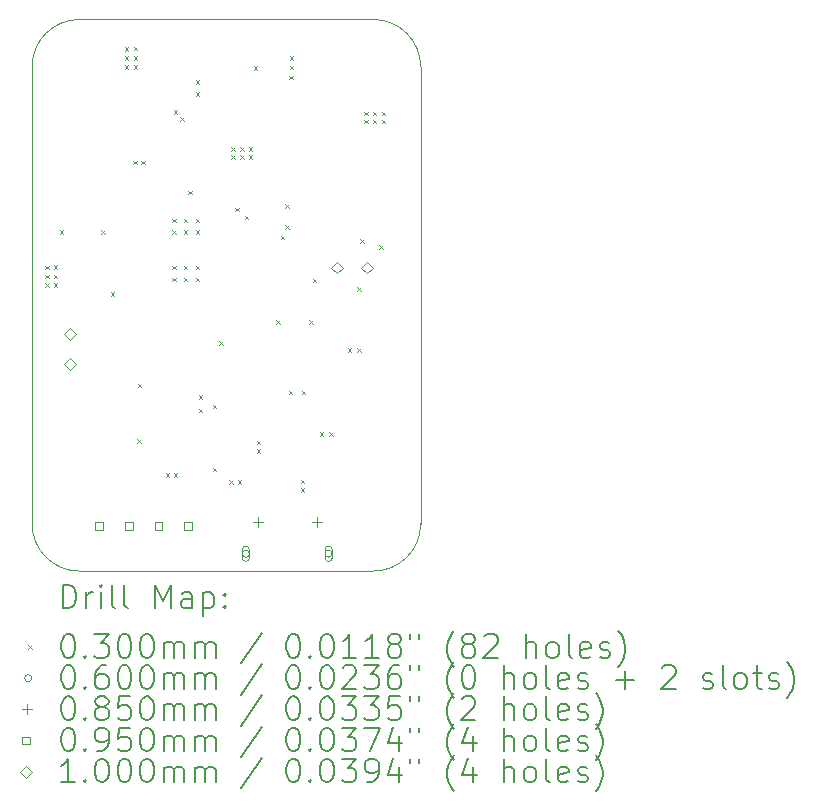
<source format=gbr>
%TF.GenerationSoftware,KiCad,Pcbnew,8.0.2*%
%TF.CreationDate,2025-02-01T19:12:37-07:00*%
%TF.ProjectId,SDM25_IMU_STM32,53444d32-355f-4494-9d55-5f53544d3332,rev?*%
%TF.SameCoordinates,Original*%
%TF.FileFunction,Drillmap*%
%TF.FilePolarity,Positive*%
%FSLAX45Y45*%
G04 Gerber Fmt 4.5, Leading zero omitted, Abs format (unit mm)*
G04 Created by KiCad (PCBNEW 8.0.2) date 2025-02-01 19:12:37*
%MOMM*%
%LPD*%
G01*
G04 APERTURE LIST*
%ADD10C,0.050000*%
%ADD11C,0.200000*%
%ADD12C,0.100000*%
G04 APERTURE END LIST*
D10*
X11190000Y-8100000D02*
G75*
G02*
X11590000Y-8500000I0J-400000D01*
G01*
X8700000Y-12770000D02*
G75*
G02*
X8300000Y-12370000I0J400000D01*
G01*
X8300000Y-12370000D02*
X8300000Y-8500000D01*
X8300000Y-8500000D02*
G75*
G02*
X8700000Y-8100000I400000J0D01*
G01*
X11590000Y-8500000D02*
X11590000Y-12370000D01*
X11590000Y-12370000D02*
G75*
G02*
X11190000Y-12770000I-400000J0D01*
G01*
X8700000Y-8100000D02*
X11190000Y-8100000D01*
X11190000Y-12770000D02*
X8700000Y-12770000D01*
D11*
D12*
X8410000Y-10185000D02*
X8440000Y-10215000D01*
X8440000Y-10185000D02*
X8410000Y-10215000D01*
X8410000Y-10260000D02*
X8440000Y-10290000D01*
X8440000Y-10260000D02*
X8410000Y-10290000D01*
X8410000Y-10335000D02*
X8440000Y-10365000D01*
X8440000Y-10335000D02*
X8410000Y-10365000D01*
X8485000Y-10180000D02*
X8515000Y-10210000D01*
X8515000Y-10180000D02*
X8485000Y-10210000D01*
X8485000Y-10260000D02*
X8515000Y-10290000D01*
X8515000Y-10260000D02*
X8485000Y-10290000D01*
X8485000Y-10335000D02*
X8515000Y-10365000D01*
X8515000Y-10335000D02*
X8485000Y-10365000D01*
X8535000Y-9885000D02*
X8565000Y-9915000D01*
X8565000Y-9885000D02*
X8535000Y-9915000D01*
X8885000Y-9885000D02*
X8915000Y-9915000D01*
X8915000Y-9885000D02*
X8885000Y-9915000D01*
X8965094Y-10411308D02*
X8995094Y-10441308D01*
X8995094Y-10411308D02*
X8965094Y-10441308D01*
X9085000Y-8335000D02*
X9115000Y-8365000D01*
X9115000Y-8335000D02*
X9085000Y-8365000D01*
X9085000Y-8410000D02*
X9115000Y-8440000D01*
X9115000Y-8410000D02*
X9085000Y-8440000D01*
X9085000Y-8485000D02*
X9115000Y-8515000D01*
X9115000Y-8485000D02*
X9085000Y-8515000D01*
X9155000Y-9295000D02*
X9185000Y-9325000D01*
X9185000Y-9295000D02*
X9155000Y-9325000D01*
X9160000Y-8330000D02*
X9190000Y-8360000D01*
X9190000Y-8330000D02*
X9160000Y-8360000D01*
X9160000Y-8410000D02*
X9190000Y-8440000D01*
X9190000Y-8410000D02*
X9160000Y-8440000D01*
X9160000Y-8485000D02*
X9190000Y-8515000D01*
X9190000Y-8485000D02*
X9160000Y-8515000D01*
X9190000Y-11655000D02*
X9220000Y-11685000D01*
X9220000Y-11655000D02*
X9190000Y-11685000D01*
X9195000Y-11185000D02*
X9225000Y-11215000D01*
X9225000Y-11185000D02*
X9195000Y-11215000D01*
X9225000Y-9295000D02*
X9255000Y-9325000D01*
X9255000Y-9295000D02*
X9225000Y-9325000D01*
X9430000Y-11940000D02*
X9460000Y-11970000D01*
X9460000Y-11940000D02*
X9430000Y-11970000D01*
X9485000Y-9785000D02*
X9515000Y-9815000D01*
X9515000Y-9785000D02*
X9485000Y-9815000D01*
X9485000Y-9885000D02*
X9515000Y-9915000D01*
X9515000Y-9885000D02*
X9485000Y-9915000D01*
X9485000Y-10185000D02*
X9515000Y-10215000D01*
X9515000Y-10185000D02*
X9485000Y-10215000D01*
X9485000Y-10285000D02*
X9515000Y-10315000D01*
X9515000Y-10285000D02*
X9485000Y-10315000D01*
X9500000Y-8870000D02*
X9530000Y-8900000D01*
X9530000Y-8870000D02*
X9500000Y-8900000D01*
X9500000Y-11940000D02*
X9530000Y-11970000D01*
X9530000Y-11940000D02*
X9500000Y-11970000D01*
X9555000Y-8927000D02*
X9585000Y-8957000D01*
X9585000Y-8927000D02*
X9555000Y-8957000D01*
X9585000Y-9785000D02*
X9615000Y-9815000D01*
X9615000Y-9785000D02*
X9585000Y-9815000D01*
X9585000Y-9885000D02*
X9615000Y-9915000D01*
X9615000Y-9885000D02*
X9585000Y-9915000D01*
X9585000Y-10185000D02*
X9615000Y-10215000D01*
X9615000Y-10185000D02*
X9585000Y-10215000D01*
X9585000Y-10285000D02*
X9615000Y-10315000D01*
X9615000Y-10285000D02*
X9585000Y-10315000D01*
X9624000Y-9551000D02*
X9654000Y-9581000D01*
X9654000Y-9551000D02*
X9624000Y-9581000D01*
X9685000Y-8615000D02*
X9715000Y-8645000D01*
X9715000Y-8615000D02*
X9685000Y-8645000D01*
X9685000Y-8715000D02*
X9715000Y-8745000D01*
X9715000Y-8715000D02*
X9685000Y-8745000D01*
X9685000Y-9785000D02*
X9715000Y-9815000D01*
X9715000Y-9785000D02*
X9685000Y-9815000D01*
X9685000Y-9885000D02*
X9715000Y-9915000D01*
X9715000Y-9885000D02*
X9685000Y-9915000D01*
X9685000Y-10185000D02*
X9715000Y-10215000D01*
X9715000Y-10185000D02*
X9685000Y-10215000D01*
X9685000Y-10285000D02*
X9715000Y-10315000D01*
X9715000Y-10285000D02*
X9685000Y-10315000D01*
X9710000Y-11396626D02*
X9740000Y-11426626D01*
X9740000Y-11396626D02*
X9710000Y-11426626D01*
X9712500Y-11282500D02*
X9742500Y-11312500D01*
X9742500Y-11282500D02*
X9712500Y-11312500D01*
X9830000Y-11360000D02*
X9860000Y-11390000D01*
X9860000Y-11360000D02*
X9830000Y-11390000D01*
X9830000Y-11895000D02*
X9860000Y-11925000D01*
X9860000Y-11895000D02*
X9830000Y-11925000D01*
X9885000Y-10824424D02*
X9915000Y-10854424D01*
X9915000Y-10824424D02*
X9885000Y-10854424D01*
X9970000Y-12000000D02*
X10000000Y-12030000D01*
X10000000Y-12000000D02*
X9970000Y-12030000D01*
X9985000Y-9180000D02*
X10015000Y-9210000D01*
X10015000Y-9180000D02*
X9985000Y-9210000D01*
X9985000Y-9250000D02*
X10015000Y-9280000D01*
X10015000Y-9250000D02*
X9985000Y-9280000D01*
X10020000Y-9695000D02*
X10050000Y-9725000D01*
X10050000Y-9695000D02*
X10020000Y-9725000D01*
X10040000Y-12000000D02*
X10070000Y-12030000D01*
X10070000Y-12000000D02*
X10040000Y-12030000D01*
X10060000Y-9180000D02*
X10090000Y-9210000D01*
X10090000Y-9180000D02*
X10060000Y-9210000D01*
X10060000Y-9250000D02*
X10090000Y-9280000D01*
X10090000Y-9250000D02*
X10060000Y-9280000D01*
X10100000Y-9760000D02*
X10130000Y-9790000D01*
X10130000Y-9760000D02*
X10100000Y-9790000D01*
X10135000Y-9180000D02*
X10165000Y-9210000D01*
X10165000Y-9180000D02*
X10135000Y-9210000D01*
X10135000Y-9250000D02*
X10165000Y-9280000D01*
X10165000Y-9250000D02*
X10135000Y-9280000D01*
X10175000Y-8495000D02*
X10205000Y-8525000D01*
X10205000Y-8495000D02*
X10175000Y-8525000D01*
X10200000Y-11667500D02*
X10230000Y-11697500D01*
X10230000Y-11667500D02*
X10200000Y-11697500D01*
X10200000Y-11737500D02*
X10230000Y-11767500D01*
X10230000Y-11737500D02*
X10200000Y-11767500D01*
X10365000Y-10645000D02*
X10395000Y-10675000D01*
X10395000Y-10645000D02*
X10365000Y-10675000D01*
X10405000Y-9930000D02*
X10435000Y-9960000D01*
X10435000Y-9930000D02*
X10405000Y-9960000D01*
X10445000Y-9665000D02*
X10475000Y-9695000D01*
X10475000Y-9665000D02*
X10445000Y-9695000D01*
X10445000Y-9844000D02*
X10475000Y-9874000D01*
X10475000Y-9844000D02*
X10445000Y-9874000D01*
X10471817Y-11242500D02*
X10501817Y-11272500D01*
X10501817Y-11242500D02*
X10471817Y-11272500D01*
X10475000Y-8575000D02*
X10505000Y-8605000D01*
X10505000Y-8575000D02*
X10475000Y-8605000D01*
X10480000Y-8410000D02*
X10510000Y-8440000D01*
X10510000Y-8410000D02*
X10480000Y-8440000D01*
X10480000Y-8490000D02*
X10510000Y-8520000D01*
X10510000Y-8490000D02*
X10480000Y-8520000D01*
X10575000Y-11995000D02*
X10605000Y-12025000D01*
X10605000Y-11995000D02*
X10575000Y-12025000D01*
X10575000Y-12070000D02*
X10605000Y-12100000D01*
X10605000Y-12070000D02*
X10575000Y-12100000D01*
X10581817Y-11242500D02*
X10611817Y-11272500D01*
X10611817Y-11242500D02*
X10581817Y-11272500D01*
X10645000Y-10645000D02*
X10675000Y-10675000D01*
X10675000Y-10645000D02*
X10645000Y-10675000D01*
X10675000Y-10295000D02*
X10705000Y-10325000D01*
X10705000Y-10295000D02*
X10675000Y-10325000D01*
X10735000Y-11595000D02*
X10765000Y-11625000D01*
X10765000Y-11595000D02*
X10735000Y-11625000D01*
X10815000Y-11595000D02*
X10845000Y-11625000D01*
X10845000Y-11595000D02*
X10815000Y-11625000D01*
X10971817Y-10882500D02*
X11001817Y-10912500D01*
X11001817Y-10882500D02*
X10971817Y-10912500D01*
X11055000Y-10365000D02*
X11085000Y-10395000D01*
X11085000Y-10365000D02*
X11055000Y-10395000D01*
X11055000Y-10882500D02*
X11085000Y-10912500D01*
X11085000Y-10882500D02*
X11055000Y-10912500D01*
X11078000Y-9959000D02*
X11108000Y-9989000D01*
X11108000Y-9959000D02*
X11078000Y-9989000D01*
X11110000Y-8880000D02*
X11140000Y-8910000D01*
X11140000Y-8880000D02*
X11110000Y-8910000D01*
X11110000Y-8950000D02*
X11140000Y-8980000D01*
X11140000Y-8950000D02*
X11110000Y-8980000D01*
X11185000Y-8880000D02*
X11215000Y-8910000D01*
X11215000Y-8880000D02*
X11185000Y-8910000D01*
X11185000Y-8950000D02*
X11215000Y-8980000D01*
X11215000Y-8950000D02*
X11185000Y-8980000D01*
X11241000Y-10009000D02*
X11271000Y-10039000D01*
X11271000Y-10009000D02*
X11241000Y-10039000D01*
X11260000Y-8880000D02*
X11290000Y-8910000D01*
X11290000Y-8880000D02*
X11260000Y-8910000D01*
X11260000Y-8950000D02*
X11290000Y-8980000D01*
X11290000Y-8950000D02*
X11260000Y-8980000D01*
X10140000Y-12623750D02*
G75*
G02*
X10080000Y-12623750I-30000J0D01*
G01*
X10080000Y-12623750D02*
G75*
G02*
X10140000Y-12623750I30000J0D01*
G01*
X10140000Y-12658750D02*
X10140000Y-12588750D01*
X10080000Y-12588750D02*
G75*
G02*
X10140000Y-12588750I30000J0D01*
G01*
X10080000Y-12588750D02*
X10080000Y-12658750D01*
X10080000Y-12658750D02*
G75*
G03*
X10140000Y-12658750I30000J0D01*
G01*
X10840000Y-12623750D02*
G75*
G02*
X10780000Y-12623750I-30000J0D01*
G01*
X10780000Y-12623750D02*
G75*
G02*
X10840000Y-12623750I30000J0D01*
G01*
X10780000Y-12588750D02*
X10780000Y-12658750D01*
X10840000Y-12658750D02*
G75*
G02*
X10780000Y-12658750I-30000J0D01*
G01*
X10840000Y-12658750D02*
X10840000Y-12588750D01*
X10840000Y-12588750D02*
G75*
G03*
X10780000Y-12588750I-30000J0D01*
G01*
X10210000Y-12311250D02*
X10210000Y-12396250D01*
X10167500Y-12353750D02*
X10252500Y-12353750D01*
X10710000Y-12311250D02*
X10710000Y-12396250D01*
X10667500Y-12353750D02*
X10752500Y-12353750D01*
X8903588Y-12418588D02*
X8903588Y-12351412D01*
X8836412Y-12351412D01*
X8836412Y-12418588D01*
X8903588Y-12418588D01*
X9153588Y-12418588D02*
X9153588Y-12351412D01*
X9086412Y-12351412D01*
X9086412Y-12418588D01*
X9153588Y-12418588D01*
X9403588Y-12418588D02*
X9403588Y-12351412D01*
X9336412Y-12351412D01*
X9336412Y-12418588D01*
X9403588Y-12418588D01*
X9653588Y-12418588D02*
X9653588Y-12351412D01*
X9586412Y-12351412D01*
X9586412Y-12418588D01*
X9653588Y-12418588D01*
X8622500Y-10813500D02*
X8672500Y-10763500D01*
X8622500Y-10713500D01*
X8572500Y-10763500D01*
X8622500Y-10813500D01*
X8622500Y-11067500D02*
X8672500Y-11017500D01*
X8622500Y-10967500D01*
X8572500Y-11017500D01*
X8622500Y-11067500D01*
X10883500Y-10250000D02*
X10933500Y-10200000D01*
X10883500Y-10150000D01*
X10833500Y-10200000D01*
X10883500Y-10250000D01*
X11137500Y-10250000D02*
X11187500Y-10200000D01*
X11137500Y-10150000D01*
X11087500Y-10200000D01*
X11137500Y-10250000D01*
D11*
X8558277Y-13083984D02*
X8558277Y-12883984D01*
X8558277Y-12883984D02*
X8605896Y-12883984D01*
X8605896Y-12883984D02*
X8634467Y-12893508D01*
X8634467Y-12893508D02*
X8653515Y-12912555D01*
X8653515Y-12912555D02*
X8663039Y-12931603D01*
X8663039Y-12931603D02*
X8672563Y-12969698D01*
X8672563Y-12969698D02*
X8672563Y-12998269D01*
X8672563Y-12998269D02*
X8663039Y-13036365D01*
X8663039Y-13036365D02*
X8653515Y-13055412D01*
X8653515Y-13055412D02*
X8634467Y-13074460D01*
X8634467Y-13074460D02*
X8605896Y-13083984D01*
X8605896Y-13083984D02*
X8558277Y-13083984D01*
X8758277Y-13083984D02*
X8758277Y-12950650D01*
X8758277Y-12988746D02*
X8767801Y-12969698D01*
X8767801Y-12969698D02*
X8777324Y-12960174D01*
X8777324Y-12960174D02*
X8796372Y-12950650D01*
X8796372Y-12950650D02*
X8815420Y-12950650D01*
X8882086Y-13083984D02*
X8882086Y-12950650D01*
X8882086Y-12883984D02*
X8872563Y-12893508D01*
X8872563Y-12893508D02*
X8882086Y-12903031D01*
X8882086Y-12903031D02*
X8891610Y-12893508D01*
X8891610Y-12893508D02*
X8882086Y-12883984D01*
X8882086Y-12883984D02*
X8882086Y-12903031D01*
X9005896Y-13083984D02*
X8986848Y-13074460D01*
X8986848Y-13074460D02*
X8977324Y-13055412D01*
X8977324Y-13055412D02*
X8977324Y-12883984D01*
X9110658Y-13083984D02*
X9091610Y-13074460D01*
X9091610Y-13074460D02*
X9082086Y-13055412D01*
X9082086Y-13055412D02*
X9082086Y-12883984D01*
X9339229Y-13083984D02*
X9339229Y-12883984D01*
X9339229Y-12883984D02*
X9405896Y-13026841D01*
X9405896Y-13026841D02*
X9472563Y-12883984D01*
X9472563Y-12883984D02*
X9472563Y-13083984D01*
X9653515Y-13083984D02*
X9653515Y-12979222D01*
X9653515Y-12979222D02*
X9643991Y-12960174D01*
X9643991Y-12960174D02*
X9624944Y-12950650D01*
X9624944Y-12950650D02*
X9586848Y-12950650D01*
X9586848Y-12950650D02*
X9567801Y-12960174D01*
X9653515Y-13074460D02*
X9634467Y-13083984D01*
X9634467Y-13083984D02*
X9586848Y-13083984D01*
X9586848Y-13083984D02*
X9567801Y-13074460D01*
X9567801Y-13074460D02*
X9558277Y-13055412D01*
X9558277Y-13055412D02*
X9558277Y-13036365D01*
X9558277Y-13036365D02*
X9567801Y-13017317D01*
X9567801Y-13017317D02*
X9586848Y-13007793D01*
X9586848Y-13007793D02*
X9634467Y-13007793D01*
X9634467Y-13007793D02*
X9653515Y-12998269D01*
X9748753Y-12950650D02*
X9748753Y-13150650D01*
X9748753Y-12960174D02*
X9767801Y-12950650D01*
X9767801Y-12950650D02*
X9805896Y-12950650D01*
X9805896Y-12950650D02*
X9824944Y-12960174D01*
X9824944Y-12960174D02*
X9834467Y-12969698D01*
X9834467Y-12969698D02*
X9843991Y-12988746D01*
X9843991Y-12988746D02*
X9843991Y-13045888D01*
X9843991Y-13045888D02*
X9834467Y-13064936D01*
X9834467Y-13064936D02*
X9824944Y-13074460D01*
X9824944Y-13074460D02*
X9805896Y-13083984D01*
X9805896Y-13083984D02*
X9767801Y-13083984D01*
X9767801Y-13083984D02*
X9748753Y-13074460D01*
X9929705Y-13064936D02*
X9939229Y-13074460D01*
X9939229Y-13074460D02*
X9929705Y-13083984D01*
X9929705Y-13083984D02*
X9920182Y-13074460D01*
X9920182Y-13074460D02*
X9929705Y-13064936D01*
X9929705Y-13064936D02*
X9929705Y-13083984D01*
X9929705Y-12960174D02*
X9939229Y-12969698D01*
X9939229Y-12969698D02*
X9929705Y-12979222D01*
X9929705Y-12979222D02*
X9920182Y-12969698D01*
X9920182Y-12969698D02*
X9929705Y-12960174D01*
X9929705Y-12960174D02*
X9929705Y-12979222D01*
D12*
X8267500Y-13397500D02*
X8297500Y-13427500D01*
X8297500Y-13397500D02*
X8267500Y-13427500D01*
D11*
X8596372Y-13303984D02*
X8615420Y-13303984D01*
X8615420Y-13303984D02*
X8634467Y-13313508D01*
X8634467Y-13313508D02*
X8643991Y-13323031D01*
X8643991Y-13323031D02*
X8653515Y-13342079D01*
X8653515Y-13342079D02*
X8663039Y-13380174D01*
X8663039Y-13380174D02*
X8663039Y-13427793D01*
X8663039Y-13427793D02*
X8653515Y-13465888D01*
X8653515Y-13465888D02*
X8643991Y-13484936D01*
X8643991Y-13484936D02*
X8634467Y-13494460D01*
X8634467Y-13494460D02*
X8615420Y-13503984D01*
X8615420Y-13503984D02*
X8596372Y-13503984D01*
X8596372Y-13503984D02*
X8577324Y-13494460D01*
X8577324Y-13494460D02*
X8567801Y-13484936D01*
X8567801Y-13484936D02*
X8558277Y-13465888D01*
X8558277Y-13465888D02*
X8548753Y-13427793D01*
X8548753Y-13427793D02*
X8548753Y-13380174D01*
X8548753Y-13380174D02*
X8558277Y-13342079D01*
X8558277Y-13342079D02*
X8567801Y-13323031D01*
X8567801Y-13323031D02*
X8577324Y-13313508D01*
X8577324Y-13313508D02*
X8596372Y-13303984D01*
X8748753Y-13484936D02*
X8758277Y-13494460D01*
X8758277Y-13494460D02*
X8748753Y-13503984D01*
X8748753Y-13503984D02*
X8739229Y-13494460D01*
X8739229Y-13494460D02*
X8748753Y-13484936D01*
X8748753Y-13484936D02*
X8748753Y-13503984D01*
X8824944Y-13303984D02*
X8948753Y-13303984D01*
X8948753Y-13303984D02*
X8882086Y-13380174D01*
X8882086Y-13380174D02*
X8910658Y-13380174D01*
X8910658Y-13380174D02*
X8929705Y-13389698D01*
X8929705Y-13389698D02*
X8939229Y-13399222D01*
X8939229Y-13399222D02*
X8948753Y-13418269D01*
X8948753Y-13418269D02*
X8948753Y-13465888D01*
X8948753Y-13465888D02*
X8939229Y-13484936D01*
X8939229Y-13484936D02*
X8929705Y-13494460D01*
X8929705Y-13494460D02*
X8910658Y-13503984D01*
X8910658Y-13503984D02*
X8853515Y-13503984D01*
X8853515Y-13503984D02*
X8834467Y-13494460D01*
X8834467Y-13494460D02*
X8824944Y-13484936D01*
X9072563Y-13303984D02*
X9091610Y-13303984D01*
X9091610Y-13303984D02*
X9110658Y-13313508D01*
X9110658Y-13313508D02*
X9120182Y-13323031D01*
X9120182Y-13323031D02*
X9129705Y-13342079D01*
X9129705Y-13342079D02*
X9139229Y-13380174D01*
X9139229Y-13380174D02*
X9139229Y-13427793D01*
X9139229Y-13427793D02*
X9129705Y-13465888D01*
X9129705Y-13465888D02*
X9120182Y-13484936D01*
X9120182Y-13484936D02*
X9110658Y-13494460D01*
X9110658Y-13494460D02*
X9091610Y-13503984D01*
X9091610Y-13503984D02*
X9072563Y-13503984D01*
X9072563Y-13503984D02*
X9053515Y-13494460D01*
X9053515Y-13494460D02*
X9043991Y-13484936D01*
X9043991Y-13484936D02*
X9034467Y-13465888D01*
X9034467Y-13465888D02*
X9024944Y-13427793D01*
X9024944Y-13427793D02*
X9024944Y-13380174D01*
X9024944Y-13380174D02*
X9034467Y-13342079D01*
X9034467Y-13342079D02*
X9043991Y-13323031D01*
X9043991Y-13323031D02*
X9053515Y-13313508D01*
X9053515Y-13313508D02*
X9072563Y-13303984D01*
X9263039Y-13303984D02*
X9282086Y-13303984D01*
X9282086Y-13303984D02*
X9301134Y-13313508D01*
X9301134Y-13313508D02*
X9310658Y-13323031D01*
X9310658Y-13323031D02*
X9320182Y-13342079D01*
X9320182Y-13342079D02*
X9329705Y-13380174D01*
X9329705Y-13380174D02*
X9329705Y-13427793D01*
X9329705Y-13427793D02*
X9320182Y-13465888D01*
X9320182Y-13465888D02*
X9310658Y-13484936D01*
X9310658Y-13484936D02*
X9301134Y-13494460D01*
X9301134Y-13494460D02*
X9282086Y-13503984D01*
X9282086Y-13503984D02*
X9263039Y-13503984D01*
X9263039Y-13503984D02*
X9243991Y-13494460D01*
X9243991Y-13494460D02*
X9234467Y-13484936D01*
X9234467Y-13484936D02*
X9224944Y-13465888D01*
X9224944Y-13465888D02*
X9215420Y-13427793D01*
X9215420Y-13427793D02*
X9215420Y-13380174D01*
X9215420Y-13380174D02*
X9224944Y-13342079D01*
X9224944Y-13342079D02*
X9234467Y-13323031D01*
X9234467Y-13323031D02*
X9243991Y-13313508D01*
X9243991Y-13313508D02*
X9263039Y-13303984D01*
X9415420Y-13503984D02*
X9415420Y-13370650D01*
X9415420Y-13389698D02*
X9424944Y-13380174D01*
X9424944Y-13380174D02*
X9443991Y-13370650D01*
X9443991Y-13370650D02*
X9472563Y-13370650D01*
X9472563Y-13370650D02*
X9491610Y-13380174D01*
X9491610Y-13380174D02*
X9501134Y-13399222D01*
X9501134Y-13399222D02*
X9501134Y-13503984D01*
X9501134Y-13399222D02*
X9510658Y-13380174D01*
X9510658Y-13380174D02*
X9529705Y-13370650D01*
X9529705Y-13370650D02*
X9558277Y-13370650D01*
X9558277Y-13370650D02*
X9577325Y-13380174D01*
X9577325Y-13380174D02*
X9586848Y-13399222D01*
X9586848Y-13399222D02*
X9586848Y-13503984D01*
X9682086Y-13503984D02*
X9682086Y-13370650D01*
X9682086Y-13389698D02*
X9691610Y-13380174D01*
X9691610Y-13380174D02*
X9710658Y-13370650D01*
X9710658Y-13370650D02*
X9739229Y-13370650D01*
X9739229Y-13370650D02*
X9758277Y-13380174D01*
X9758277Y-13380174D02*
X9767801Y-13399222D01*
X9767801Y-13399222D02*
X9767801Y-13503984D01*
X9767801Y-13399222D02*
X9777325Y-13380174D01*
X9777325Y-13380174D02*
X9796372Y-13370650D01*
X9796372Y-13370650D02*
X9824944Y-13370650D01*
X9824944Y-13370650D02*
X9843991Y-13380174D01*
X9843991Y-13380174D02*
X9853515Y-13399222D01*
X9853515Y-13399222D02*
X9853515Y-13503984D01*
X10243991Y-13294460D02*
X10072563Y-13551603D01*
X10501134Y-13303984D02*
X10520182Y-13303984D01*
X10520182Y-13303984D02*
X10539229Y-13313508D01*
X10539229Y-13313508D02*
X10548753Y-13323031D01*
X10548753Y-13323031D02*
X10558277Y-13342079D01*
X10558277Y-13342079D02*
X10567801Y-13380174D01*
X10567801Y-13380174D02*
X10567801Y-13427793D01*
X10567801Y-13427793D02*
X10558277Y-13465888D01*
X10558277Y-13465888D02*
X10548753Y-13484936D01*
X10548753Y-13484936D02*
X10539229Y-13494460D01*
X10539229Y-13494460D02*
X10520182Y-13503984D01*
X10520182Y-13503984D02*
X10501134Y-13503984D01*
X10501134Y-13503984D02*
X10482087Y-13494460D01*
X10482087Y-13494460D02*
X10472563Y-13484936D01*
X10472563Y-13484936D02*
X10463039Y-13465888D01*
X10463039Y-13465888D02*
X10453515Y-13427793D01*
X10453515Y-13427793D02*
X10453515Y-13380174D01*
X10453515Y-13380174D02*
X10463039Y-13342079D01*
X10463039Y-13342079D02*
X10472563Y-13323031D01*
X10472563Y-13323031D02*
X10482087Y-13313508D01*
X10482087Y-13313508D02*
X10501134Y-13303984D01*
X10653515Y-13484936D02*
X10663039Y-13494460D01*
X10663039Y-13494460D02*
X10653515Y-13503984D01*
X10653515Y-13503984D02*
X10643991Y-13494460D01*
X10643991Y-13494460D02*
X10653515Y-13484936D01*
X10653515Y-13484936D02*
X10653515Y-13503984D01*
X10786848Y-13303984D02*
X10805896Y-13303984D01*
X10805896Y-13303984D02*
X10824944Y-13313508D01*
X10824944Y-13313508D02*
X10834468Y-13323031D01*
X10834468Y-13323031D02*
X10843991Y-13342079D01*
X10843991Y-13342079D02*
X10853515Y-13380174D01*
X10853515Y-13380174D02*
X10853515Y-13427793D01*
X10853515Y-13427793D02*
X10843991Y-13465888D01*
X10843991Y-13465888D02*
X10834468Y-13484936D01*
X10834468Y-13484936D02*
X10824944Y-13494460D01*
X10824944Y-13494460D02*
X10805896Y-13503984D01*
X10805896Y-13503984D02*
X10786848Y-13503984D01*
X10786848Y-13503984D02*
X10767801Y-13494460D01*
X10767801Y-13494460D02*
X10758277Y-13484936D01*
X10758277Y-13484936D02*
X10748753Y-13465888D01*
X10748753Y-13465888D02*
X10739229Y-13427793D01*
X10739229Y-13427793D02*
X10739229Y-13380174D01*
X10739229Y-13380174D02*
X10748753Y-13342079D01*
X10748753Y-13342079D02*
X10758277Y-13323031D01*
X10758277Y-13323031D02*
X10767801Y-13313508D01*
X10767801Y-13313508D02*
X10786848Y-13303984D01*
X11043991Y-13503984D02*
X10929706Y-13503984D01*
X10986848Y-13503984D02*
X10986848Y-13303984D01*
X10986848Y-13303984D02*
X10967801Y-13332555D01*
X10967801Y-13332555D02*
X10948753Y-13351603D01*
X10948753Y-13351603D02*
X10929706Y-13361127D01*
X11234467Y-13503984D02*
X11120182Y-13503984D01*
X11177325Y-13503984D02*
X11177325Y-13303984D01*
X11177325Y-13303984D02*
X11158277Y-13332555D01*
X11158277Y-13332555D02*
X11139229Y-13351603D01*
X11139229Y-13351603D02*
X11120182Y-13361127D01*
X11348753Y-13389698D02*
X11329706Y-13380174D01*
X11329706Y-13380174D02*
X11320182Y-13370650D01*
X11320182Y-13370650D02*
X11310658Y-13351603D01*
X11310658Y-13351603D02*
X11310658Y-13342079D01*
X11310658Y-13342079D02*
X11320182Y-13323031D01*
X11320182Y-13323031D02*
X11329706Y-13313508D01*
X11329706Y-13313508D02*
X11348753Y-13303984D01*
X11348753Y-13303984D02*
X11386848Y-13303984D01*
X11386848Y-13303984D02*
X11405896Y-13313508D01*
X11405896Y-13313508D02*
X11415420Y-13323031D01*
X11415420Y-13323031D02*
X11424944Y-13342079D01*
X11424944Y-13342079D02*
X11424944Y-13351603D01*
X11424944Y-13351603D02*
X11415420Y-13370650D01*
X11415420Y-13370650D02*
X11405896Y-13380174D01*
X11405896Y-13380174D02*
X11386848Y-13389698D01*
X11386848Y-13389698D02*
X11348753Y-13389698D01*
X11348753Y-13389698D02*
X11329706Y-13399222D01*
X11329706Y-13399222D02*
X11320182Y-13408746D01*
X11320182Y-13408746D02*
X11310658Y-13427793D01*
X11310658Y-13427793D02*
X11310658Y-13465888D01*
X11310658Y-13465888D02*
X11320182Y-13484936D01*
X11320182Y-13484936D02*
X11329706Y-13494460D01*
X11329706Y-13494460D02*
X11348753Y-13503984D01*
X11348753Y-13503984D02*
X11386848Y-13503984D01*
X11386848Y-13503984D02*
X11405896Y-13494460D01*
X11405896Y-13494460D02*
X11415420Y-13484936D01*
X11415420Y-13484936D02*
X11424944Y-13465888D01*
X11424944Y-13465888D02*
X11424944Y-13427793D01*
X11424944Y-13427793D02*
X11415420Y-13408746D01*
X11415420Y-13408746D02*
X11405896Y-13399222D01*
X11405896Y-13399222D02*
X11386848Y-13389698D01*
X11501134Y-13303984D02*
X11501134Y-13342079D01*
X11577325Y-13303984D02*
X11577325Y-13342079D01*
X11872563Y-13580174D02*
X11863039Y-13570650D01*
X11863039Y-13570650D02*
X11843991Y-13542079D01*
X11843991Y-13542079D02*
X11834468Y-13523031D01*
X11834468Y-13523031D02*
X11824944Y-13494460D01*
X11824944Y-13494460D02*
X11815420Y-13446841D01*
X11815420Y-13446841D02*
X11815420Y-13408746D01*
X11815420Y-13408746D02*
X11824944Y-13361127D01*
X11824944Y-13361127D02*
X11834468Y-13332555D01*
X11834468Y-13332555D02*
X11843991Y-13313508D01*
X11843991Y-13313508D02*
X11863039Y-13284936D01*
X11863039Y-13284936D02*
X11872563Y-13275412D01*
X11977325Y-13389698D02*
X11958277Y-13380174D01*
X11958277Y-13380174D02*
X11948753Y-13370650D01*
X11948753Y-13370650D02*
X11939229Y-13351603D01*
X11939229Y-13351603D02*
X11939229Y-13342079D01*
X11939229Y-13342079D02*
X11948753Y-13323031D01*
X11948753Y-13323031D02*
X11958277Y-13313508D01*
X11958277Y-13313508D02*
X11977325Y-13303984D01*
X11977325Y-13303984D02*
X12015420Y-13303984D01*
X12015420Y-13303984D02*
X12034468Y-13313508D01*
X12034468Y-13313508D02*
X12043991Y-13323031D01*
X12043991Y-13323031D02*
X12053515Y-13342079D01*
X12053515Y-13342079D02*
X12053515Y-13351603D01*
X12053515Y-13351603D02*
X12043991Y-13370650D01*
X12043991Y-13370650D02*
X12034468Y-13380174D01*
X12034468Y-13380174D02*
X12015420Y-13389698D01*
X12015420Y-13389698D02*
X11977325Y-13389698D01*
X11977325Y-13389698D02*
X11958277Y-13399222D01*
X11958277Y-13399222D02*
X11948753Y-13408746D01*
X11948753Y-13408746D02*
X11939229Y-13427793D01*
X11939229Y-13427793D02*
X11939229Y-13465888D01*
X11939229Y-13465888D02*
X11948753Y-13484936D01*
X11948753Y-13484936D02*
X11958277Y-13494460D01*
X11958277Y-13494460D02*
X11977325Y-13503984D01*
X11977325Y-13503984D02*
X12015420Y-13503984D01*
X12015420Y-13503984D02*
X12034468Y-13494460D01*
X12034468Y-13494460D02*
X12043991Y-13484936D01*
X12043991Y-13484936D02*
X12053515Y-13465888D01*
X12053515Y-13465888D02*
X12053515Y-13427793D01*
X12053515Y-13427793D02*
X12043991Y-13408746D01*
X12043991Y-13408746D02*
X12034468Y-13399222D01*
X12034468Y-13399222D02*
X12015420Y-13389698D01*
X12129706Y-13323031D02*
X12139229Y-13313508D01*
X12139229Y-13313508D02*
X12158277Y-13303984D01*
X12158277Y-13303984D02*
X12205896Y-13303984D01*
X12205896Y-13303984D02*
X12224944Y-13313508D01*
X12224944Y-13313508D02*
X12234468Y-13323031D01*
X12234468Y-13323031D02*
X12243991Y-13342079D01*
X12243991Y-13342079D02*
X12243991Y-13361127D01*
X12243991Y-13361127D02*
X12234468Y-13389698D01*
X12234468Y-13389698D02*
X12120182Y-13503984D01*
X12120182Y-13503984D02*
X12243991Y-13503984D01*
X12482087Y-13503984D02*
X12482087Y-13303984D01*
X12567801Y-13503984D02*
X12567801Y-13399222D01*
X12567801Y-13399222D02*
X12558277Y-13380174D01*
X12558277Y-13380174D02*
X12539230Y-13370650D01*
X12539230Y-13370650D02*
X12510658Y-13370650D01*
X12510658Y-13370650D02*
X12491610Y-13380174D01*
X12491610Y-13380174D02*
X12482087Y-13389698D01*
X12691610Y-13503984D02*
X12672563Y-13494460D01*
X12672563Y-13494460D02*
X12663039Y-13484936D01*
X12663039Y-13484936D02*
X12653515Y-13465888D01*
X12653515Y-13465888D02*
X12653515Y-13408746D01*
X12653515Y-13408746D02*
X12663039Y-13389698D01*
X12663039Y-13389698D02*
X12672563Y-13380174D01*
X12672563Y-13380174D02*
X12691610Y-13370650D01*
X12691610Y-13370650D02*
X12720182Y-13370650D01*
X12720182Y-13370650D02*
X12739230Y-13380174D01*
X12739230Y-13380174D02*
X12748753Y-13389698D01*
X12748753Y-13389698D02*
X12758277Y-13408746D01*
X12758277Y-13408746D02*
X12758277Y-13465888D01*
X12758277Y-13465888D02*
X12748753Y-13484936D01*
X12748753Y-13484936D02*
X12739230Y-13494460D01*
X12739230Y-13494460D02*
X12720182Y-13503984D01*
X12720182Y-13503984D02*
X12691610Y-13503984D01*
X12872563Y-13503984D02*
X12853515Y-13494460D01*
X12853515Y-13494460D02*
X12843991Y-13475412D01*
X12843991Y-13475412D02*
X12843991Y-13303984D01*
X13024944Y-13494460D02*
X13005896Y-13503984D01*
X13005896Y-13503984D02*
X12967801Y-13503984D01*
X12967801Y-13503984D02*
X12948753Y-13494460D01*
X12948753Y-13494460D02*
X12939230Y-13475412D01*
X12939230Y-13475412D02*
X12939230Y-13399222D01*
X12939230Y-13399222D02*
X12948753Y-13380174D01*
X12948753Y-13380174D02*
X12967801Y-13370650D01*
X12967801Y-13370650D02*
X13005896Y-13370650D01*
X13005896Y-13370650D02*
X13024944Y-13380174D01*
X13024944Y-13380174D02*
X13034468Y-13399222D01*
X13034468Y-13399222D02*
X13034468Y-13418269D01*
X13034468Y-13418269D02*
X12939230Y-13437317D01*
X13110658Y-13494460D02*
X13129706Y-13503984D01*
X13129706Y-13503984D02*
X13167801Y-13503984D01*
X13167801Y-13503984D02*
X13186849Y-13494460D01*
X13186849Y-13494460D02*
X13196372Y-13475412D01*
X13196372Y-13475412D02*
X13196372Y-13465888D01*
X13196372Y-13465888D02*
X13186849Y-13446841D01*
X13186849Y-13446841D02*
X13167801Y-13437317D01*
X13167801Y-13437317D02*
X13139230Y-13437317D01*
X13139230Y-13437317D02*
X13120182Y-13427793D01*
X13120182Y-13427793D02*
X13110658Y-13408746D01*
X13110658Y-13408746D02*
X13110658Y-13399222D01*
X13110658Y-13399222D02*
X13120182Y-13380174D01*
X13120182Y-13380174D02*
X13139230Y-13370650D01*
X13139230Y-13370650D02*
X13167801Y-13370650D01*
X13167801Y-13370650D02*
X13186849Y-13380174D01*
X13263039Y-13580174D02*
X13272563Y-13570650D01*
X13272563Y-13570650D02*
X13291611Y-13542079D01*
X13291611Y-13542079D02*
X13301134Y-13523031D01*
X13301134Y-13523031D02*
X13310658Y-13494460D01*
X13310658Y-13494460D02*
X13320182Y-13446841D01*
X13320182Y-13446841D02*
X13320182Y-13408746D01*
X13320182Y-13408746D02*
X13310658Y-13361127D01*
X13310658Y-13361127D02*
X13301134Y-13332555D01*
X13301134Y-13332555D02*
X13291611Y-13313508D01*
X13291611Y-13313508D02*
X13272563Y-13284936D01*
X13272563Y-13284936D02*
X13263039Y-13275412D01*
D12*
X8297500Y-13676500D02*
G75*
G02*
X8237500Y-13676500I-30000J0D01*
G01*
X8237500Y-13676500D02*
G75*
G02*
X8297500Y-13676500I30000J0D01*
G01*
D11*
X8596372Y-13567984D02*
X8615420Y-13567984D01*
X8615420Y-13567984D02*
X8634467Y-13577508D01*
X8634467Y-13577508D02*
X8643991Y-13587031D01*
X8643991Y-13587031D02*
X8653515Y-13606079D01*
X8653515Y-13606079D02*
X8663039Y-13644174D01*
X8663039Y-13644174D02*
X8663039Y-13691793D01*
X8663039Y-13691793D02*
X8653515Y-13729888D01*
X8653515Y-13729888D02*
X8643991Y-13748936D01*
X8643991Y-13748936D02*
X8634467Y-13758460D01*
X8634467Y-13758460D02*
X8615420Y-13767984D01*
X8615420Y-13767984D02*
X8596372Y-13767984D01*
X8596372Y-13767984D02*
X8577324Y-13758460D01*
X8577324Y-13758460D02*
X8567801Y-13748936D01*
X8567801Y-13748936D02*
X8558277Y-13729888D01*
X8558277Y-13729888D02*
X8548753Y-13691793D01*
X8548753Y-13691793D02*
X8548753Y-13644174D01*
X8548753Y-13644174D02*
X8558277Y-13606079D01*
X8558277Y-13606079D02*
X8567801Y-13587031D01*
X8567801Y-13587031D02*
X8577324Y-13577508D01*
X8577324Y-13577508D02*
X8596372Y-13567984D01*
X8748753Y-13748936D02*
X8758277Y-13758460D01*
X8758277Y-13758460D02*
X8748753Y-13767984D01*
X8748753Y-13767984D02*
X8739229Y-13758460D01*
X8739229Y-13758460D02*
X8748753Y-13748936D01*
X8748753Y-13748936D02*
X8748753Y-13767984D01*
X8929705Y-13567984D02*
X8891610Y-13567984D01*
X8891610Y-13567984D02*
X8872563Y-13577508D01*
X8872563Y-13577508D02*
X8863039Y-13587031D01*
X8863039Y-13587031D02*
X8843991Y-13615603D01*
X8843991Y-13615603D02*
X8834467Y-13653698D01*
X8834467Y-13653698D02*
X8834467Y-13729888D01*
X8834467Y-13729888D02*
X8843991Y-13748936D01*
X8843991Y-13748936D02*
X8853515Y-13758460D01*
X8853515Y-13758460D02*
X8872563Y-13767984D01*
X8872563Y-13767984D02*
X8910658Y-13767984D01*
X8910658Y-13767984D02*
X8929705Y-13758460D01*
X8929705Y-13758460D02*
X8939229Y-13748936D01*
X8939229Y-13748936D02*
X8948753Y-13729888D01*
X8948753Y-13729888D02*
X8948753Y-13682269D01*
X8948753Y-13682269D02*
X8939229Y-13663222D01*
X8939229Y-13663222D02*
X8929705Y-13653698D01*
X8929705Y-13653698D02*
X8910658Y-13644174D01*
X8910658Y-13644174D02*
X8872563Y-13644174D01*
X8872563Y-13644174D02*
X8853515Y-13653698D01*
X8853515Y-13653698D02*
X8843991Y-13663222D01*
X8843991Y-13663222D02*
X8834467Y-13682269D01*
X9072563Y-13567984D02*
X9091610Y-13567984D01*
X9091610Y-13567984D02*
X9110658Y-13577508D01*
X9110658Y-13577508D02*
X9120182Y-13587031D01*
X9120182Y-13587031D02*
X9129705Y-13606079D01*
X9129705Y-13606079D02*
X9139229Y-13644174D01*
X9139229Y-13644174D02*
X9139229Y-13691793D01*
X9139229Y-13691793D02*
X9129705Y-13729888D01*
X9129705Y-13729888D02*
X9120182Y-13748936D01*
X9120182Y-13748936D02*
X9110658Y-13758460D01*
X9110658Y-13758460D02*
X9091610Y-13767984D01*
X9091610Y-13767984D02*
X9072563Y-13767984D01*
X9072563Y-13767984D02*
X9053515Y-13758460D01*
X9053515Y-13758460D02*
X9043991Y-13748936D01*
X9043991Y-13748936D02*
X9034467Y-13729888D01*
X9034467Y-13729888D02*
X9024944Y-13691793D01*
X9024944Y-13691793D02*
X9024944Y-13644174D01*
X9024944Y-13644174D02*
X9034467Y-13606079D01*
X9034467Y-13606079D02*
X9043991Y-13587031D01*
X9043991Y-13587031D02*
X9053515Y-13577508D01*
X9053515Y-13577508D02*
X9072563Y-13567984D01*
X9263039Y-13567984D02*
X9282086Y-13567984D01*
X9282086Y-13567984D02*
X9301134Y-13577508D01*
X9301134Y-13577508D02*
X9310658Y-13587031D01*
X9310658Y-13587031D02*
X9320182Y-13606079D01*
X9320182Y-13606079D02*
X9329705Y-13644174D01*
X9329705Y-13644174D02*
X9329705Y-13691793D01*
X9329705Y-13691793D02*
X9320182Y-13729888D01*
X9320182Y-13729888D02*
X9310658Y-13748936D01*
X9310658Y-13748936D02*
X9301134Y-13758460D01*
X9301134Y-13758460D02*
X9282086Y-13767984D01*
X9282086Y-13767984D02*
X9263039Y-13767984D01*
X9263039Y-13767984D02*
X9243991Y-13758460D01*
X9243991Y-13758460D02*
X9234467Y-13748936D01*
X9234467Y-13748936D02*
X9224944Y-13729888D01*
X9224944Y-13729888D02*
X9215420Y-13691793D01*
X9215420Y-13691793D02*
X9215420Y-13644174D01*
X9215420Y-13644174D02*
X9224944Y-13606079D01*
X9224944Y-13606079D02*
X9234467Y-13587031D01*
X9234467Y-13587031D02*
X9243991Y-13577508D01*
X9243991Y-13577508D02*
X9263039Y-13567984D01*
X9415420Y-13767984D02*
X9415420Y-13634650D01*
X9415420Y-13653698D02*
X9424944Y-13644174D01*
X9424944Y-13644174D02*
X9443991Y-13634650D01*
X9443991Y-13634650D02*
X9472563Y-13634650D01*
X9472563Y-13634650D02*
X9491610Y-13644174D01*
X9491610Y-13644174D02*
X9501134Y-13663222D01*
X9501134Y-13663222D02*
X9501134Y-13767984D01*
X9501134Y-13663222D02*
X9510658Y-13644174D01*
X9510658Y-13644174D02*
X9529705Y-13634650D01*
X9529705Y-13634650D02*
X9558277Y-13634650D01*
X9558277Y-13634650D02*
X9577325Y-13644174D01*
X9577325Y-13644174D02*
X9586848Y-13663222D01*
X9586848Y-13663222D02*
X9586848Y-13767984D01*
X9682086Y-13767984D02*
X9682086Y-13634650D01*
X9682086Y-13653698D02*
X9691610Y-13644174D01*
X9691610Y-13644174D02*
X9710658Y-13634650D01*
X9710658Y-13634650D02*
X9739229Y-13634650D01*
X9739229Y-13634650D02*
X9758277Y-13644174D01*
X9758277Y-13644174D02*
X9767801Y-13663222D01*
X9767801Y-13663222D02*
X9767801Y-13767984D01*
X9767801Y-13663222D02*
X9777325Y-13644174D01*
X9777325Y-13644174D02*
X9796372Y-13634650D01*
X9796372Y-13634650D02*
X9824944Y-13634650D01*
X9824944Y-13634650D02*
X9843991Y-13644174D01*
X9843991Y-13644174D02*
X9853515Y-13663222D01*
X9853515Y-13663222D02*
X9853515Y-13767984D01*
X10243991Y-13558460D02*
X10072563Y-13815603D01*
X10501134Y-13567984D02*
X10520182Y-13567984D01*
X10520182Y-13567984D02*
X10539229Y-13577508D01*
X10539229Y-13577508D02*
X10548753Y-13587031D01*
X10548753Y-13587031D02*
X10558277Y-13606079D01*
X10558277Y-13606079D02*
X10567801Y-13644174D01*
X10567801Y-13644174D02*
X10567801Y-13691793D01*
X10567801Y-13691793D02*
X10558277Y-13729888D01*
X10558277Y-13729888D02*
X10548753Y-13748936D01*
X10548753Y-13748936D02*
X10539229Y-13758460D01*
X10539229Y-13758460D02*
X10520182Y-13767984D01*
X10520182Y-13767984D02*
X10501134Y-13767984D01*
X10501134Y-13767984D02*
X10482087Y-13758460D01*
X10482087Y-13758460D02*
X10472563Y-13748936D01*
X10472563Y-13748936D02*
X10463039Y-13729888D01*
X10463039Y-13729888D02*
X10453515Y-13691793D01*
X10453515Y-13691793D02*
X10453515Y-13644174D01*
X10453515Y-13644174D02*
X10463039Y-13606079D01*
X10463039Y-13606079D02*
X10472563Y-13587031D01*
X10472563Y-13587031D02*
X10482087Y-13577508D01*
X10482087Y-13577508D02*
X10501134Y-13567984D01*
X10653515Y-13748936D02*
X10663039Y-13758460D01*
X10663039Y-13758460D02*
X10653515Y-13767984D01*
X10653515Y-13767984D02*
X10643991Y-13758460D01*
X10643991Y-13758460D02*
X10653515Y-13748936D01*
X10653515Y-13748936D02*
X10653515Y-13767984D01*
X10786848Y-13567984D02*
X10805896Y-13567984D01*
X10805896Y-13567984D02*
X10824944Y-13577508D01*
X10824944Y-13577508D02*
X10834468Y-13587031D01*
X10834468Y-13587031D02*
X10843991Y-13606079D01*
X10843991Y-13606079D02*
X10853515Y-13644174D01*
X10853515Y-13644174D02*
X10853515Y-13691793D01*
X10853515Y-13691793D02*
X10843991Y-13729888D01*
X10843991Y-13729888D02*
X10834468Y-13748936D01*
X10834468Y-13748936D02*
X10824944Y-13758460D01*
X10824944Y-13758460D02*
X10805896Y-13767984D01*
X10805896Y-13767984D02*
X10786848Y-13767984D01*
X10786848Y-13767984D02*
X10767801Y-13758460D01*
X10767801Y-13758460D02*
X10758277Y-13748936D01*
X10758277Y-13748936D02*
X10748753Y-13729888D01*
X10748753Y-13729888D02*
X10739229Y-13691793D01*
X10739229Y-13691793D02*
X10739229Y-13644174D01*
X10739229Y-13644174D02*
X10748753Y-13606079D01*
X10748753Y-13606079D02*
X10758277Y-13587031D01*
X10758277Y-13587031D02*
X10767801Y-13577508D01*
X10767801Y-13577508D02*
X10786848Y-13567984D01*
X10929706Y-13587031D02*
X10939229Y-13577508D01*
X10939229Y-13577508D02*
X10958277Y-13567984D01*
X10958277Y-13567984D02*
X11005896Y-13567984D01*
X11005896Y-13567984D02*
X11024944Y-13577508D01*
X11024944Y-13577508D02*
X11034468Y-13587031D01*
X11034468Y-13587031D02*
X11043991Y-13606079D01*
X11043991Y-13606079D02*
X11043991Y-13625127D01*
X11043991Y-13625127D02*
X11034468Y-13653698D01*
X11034468Y-13653698D02*
X10920182Y-13767984D01*
X10920182Y-13767984D02*
X11043991Y-13767984D01*
X11110658Y-13567984D02*
X11234467Y-13567984D01*
X11234467Y-13567984D02*
X11167801Y-13644174D01*
X11167801Y-13644174D02*
X11196372Y-13644174D01*
X11196372Y-13644174D02*
X11215420Y-13653698D01*
X11215420Y-13653698D02*
X11224944Y-13663222D01*
X11224944Y-13663222D02*
X11234467Y-13682269D01*
X11234467Y-13682269D02*
X11234467Y-13729888D01*
X11234467Y-13729888D02*
X11224944Y-13748936D01*
X11224944Y-13748936D02*
X11215420Y-13758460D01*
X11215420Y-13758460D02*
X11196372Y-13767984D01*
X11196372Y-13767984D02*
X11139229Y-13767984D01*
X11139229Y-13767984D02*
X11120182Y-13758460D01*
X11120182Y-13758460D02*
X11110658Y-13748936D01*
X11405896Y-13567984D02*
X11367801Y-13567984D01*
X11367801Y-13567984D02*
X11348753Y-13577508D01*
X11348753Y-13577508D02*
X11339229Y-13587031D01*
X11339229Y-13587031D02*
X11320182Y-13615603D01*
X11320182Y-13615603D02*
X11310658Y-13653698D01*
X11310658Y-13653698D02*
X11310658Y-13729888D01*
X11310658Y-13729888D02*
X11320182Y-13748936D01*
X11320182Y-13748936D02*
X11329706Y-13758460D01*
X11329706Y-13758460D02*
X11348753Y-13767984D01*
X11348753Y-13767984D02*
X11386848Y-13767984D01*
X11386848Y-13767984D02*
X11405896Y-13758460D01*
X11405896Y-13758460D02*
X11415420Y-13748936D01*
X11415420Y-13748936D02*
X11424944Y-13729888D01*
X11424944Y-13729888D02*
X11424944Y-13682269D01*
X11424944Y-13682269D02*
X11415420Y-13663222D01*
X11415420Y-13663222D02*
X11405896Y-13653698D01*
X11405896Y-13653698D02*
X11386848Y-13644174D01*
X11386848Y-13644174D02*
X11348753Y-13644174D01*
X11348753Y-13644174D02*
X11329706Y-13653698D01*
X11329706Y-13653698D02*
X11320182Y-13663222D01*
X11320182Y-13663222D02*
X11310658Y-13682269D01*
X11501134Y-13567984D02*
X11501134Y-13606079D01*
X11577325Y-13567984D02*
X11577325Y-13606079D01*
X11872563Y-13844174D02*
X11863039Y-13834650D01*
X11863039Y-13834650D02*
X11843991Y-13806079D01*
X11843991Y-13806079D02*
X11834468Y-13787031D01*
X11834468Y-13787031D02*
X11824944Y-13758460D01*
X11824944Y-13758460D02*
X11815420Y-13710841D01*
X11815420Y-13710841D02*
X11815420Y-13672746D01*
X11815420Y-13672746D02*
X11824944Y-13625127D01*
X11824944Y-13625127D02*
X11834468Y-13596555D01*
X11834468Y-13596555D02*
X11843991Y-13577508D01*
X11843991Y-13577508D02*
X11863039Y-13548936D01*
X11863039Y-13548936D02*
X11872563Y-13539412D01*
X11986848Y-13567984D02*
X12005896Y-13567984D01*
X12005896Y-13567984D02*
X12024944Y-13577508D01*
X12024944Y-13577508D02*
X12034468Y-13587031D01*
X12034468Y-13587031D02*
X12043991Y-13606079D01*
X12043991Y-13606079D02*
X12053515Y-13644174D01*
X12053515Y-13644174D02*
X12053515Y-13691793D01*
X12053515Y-13691793D02*
X12043991Y-13729888D01*
X12043991Y-13729888D02*
X12034468Y-13748936D01*
X12034468Y-13748936D02*
X12024944Y-13758460D01*
X12024944Y-13758460D02*
X12005896Y-13767984D01*
X12005896Y-13767984D02*
X11986848Y-13767984D01*
X11986848Y-13767984D02*
X11967801Y-13758460D01*
X11967801Y-13758460D02*
X11958277Y-13748936D01*
X11958277Y-13748936D02*
X11948753Y-13729888D01*
X11948753Y-13729888D02*
X11939229Y-13691793D01*
X11939229Y-13691793D02*
X11939229Y-13644174D01*
X11939229Y-13644174D02*
X11948753Y-13606079D01*
X11948753Y-13606079D02*
X11958277Y-13587031D01*
X11958277Y-13587031D02*
X11967801Y-13577508D01*
X11967801Y-13577508D02*
X11986848Y-13567984D01*
X12291610Y-13767984D02*
X12291610Y-13567984D01*
X12377325Y-13767984D02*
X12377325Y-13663222D01*
X12377325Y-13663222D02*
X12367801Y-13644174D01*
X12367801Y-13644174D02*
X12348753Y-13634650D01*
X12348753Y-13634650D02*
X12320182Y-13634650D01*
X12320182Y-13634650D02*
X12301134Y-13644174D01*
X12301134Y-13644174D02*
X12291610Y-13653698D01*
X12501134Y-13767984D02*
X12482087Y-13758460D01*
X12482087Y-13758460D02*
X12472563Y-13748936D01*
X12472563Y-13748936D02*
X12463039Y-13729888D01*
X12463039Y-13729888D02*
X12463039Y-13672746D01*
X12463039Y-13672746D02*
X12472563Y-13653698D01*
X12472563Y-13653698D02*
X12482087Y-13644174D01*
X12482087Y-13644174D02*
X12501134Y-13634650D01*
X12501134Y-13634650D02*
X12529706Y-13634650D01*
X12529706Y-13634650D02*
X12548753Y-13644174D01*
X12548753Y-13644174D02*
X12558277Y-13653698D01*
X12558277Y-13653698D02*
X12567801Y-13672746D01*
X12567801Y-13672746D02*
X12567801Y-13729888D01*
X12567801Y-13729888D02*
X12558277Y-13748936D01*
X12558277Y-13748936D02*
X12548753Y-13758460D01*
X12548753Y-13758460D02*
X12529706Y-13767984D01*
X12529706Y-13767984D02*
X12501134Y-13767984D01*
X12682087Y-13767984D02*
X12663039Y-13758460D01*
X12663039Y-13758460D02*
X12653515Y-13739412D01*
X12653515Y-13739412D02*
X12653515Y-13567984D01*
X12834468Y-13758460D02*
X12815420Y-13767984D01*
X12815420Y-13767984D02*
X12777325Y-13767984D01*
X12777325Y-13767984D02*
X12758277Y-13758460D01*
X12758277Y-13758460D02*
X12748753Y-13739412D01*
X12748753Y-13739412D02*
X12748753Y-13663222D01*
X12748753Y-13663222D02*
X12758277Y-13644174D01*
X12758277Y-13644174D02*
X12777325Y-13634650D01*
X12777325Y-13634650D02*
X12815420Y-13634650D01*
X12815420Y-13634650D02*
X12834468Y-13644174D01*
X12834468Y-13644174D02*
X12843991Y-13663222D01*
X12843991Y-13663222D02*
X12843991Y-13682269D01*
X12843991Y-13682269D02*
X12748753Y-13701317D01*
X12920182Y-13758460D02*
X12939230Y-13767984D01*
X12939230Y-13767984D02*
X12977325Y-13767984D01*
X12977325Y-13767984D02*
X12996372Y-13758460D01*
X12996372Y-13758460D02*
X13005896Y-13739412D01*
X13005896Y-13739412D02*
X13005896Y-13729888D01*
X13005896Y-13729888D02*
X12996372Y-13710841D01*
X12996372Y-13710841D02*
X12977325Y-13701317D01*
X12977325Y-13701317D02*
X12948753Y-13701317D01*
X12948753Y-13701317D02*
X12929706Y-13691793D01*
X12929706Y-13691793D02*
X12920182Y-13672746D01*
X12920182Y-13672746D02*
X12920182Y-13663222D01*
X12920182Y-13663222D02*
X12929706Y-13644174D01*
X12929706Y-13644174D02*
X12948753Y-13634650D01*
X12948753Y-13634650D02*
X12977325Y-13634650D01*
X12977325Y-13634650D02*
X12996372Y-13644174D01*
X13243992Y-13691793D02*
X13396373Y-13691793D01*
X13320182Y-13767984D02*
X13320182Y-13615603D01*
X13634468Y-13587031D02*
X13643992Y-13577508D01*
X13643992Y-13577508D02*
X13663039Y-13567984D01*
X13663039Y-13567984D02*
X13710658Y-13567984D01*
X13710658Y-13567984D02*
X13729706Y-13577508D01*
X13729706Y-13577508D02*
X13739230Y-13587031D01*
X13739230Y-13587031D02*
X13748753Y-13606079D01*
X13748753Y-13606079D02*
X13748753Y-13625127D01*
X13748753Y-13625127D02*
X13739230Y-13653698D01*
X13739230Y-13653698D02*
X13624944Y-13767984D01*
X13624944Y-13767984D02*
X13748753Y-13767984D01*
X13977325Y-13758460D02*
X13996373Y-13767984D01*
X13996373Y-13767984D02*
X14034468Y-13767984D01*
X14034468Y-13767984D02*
X14053515Y-13758460D01*
X14053515Y-13758460D02*
X14063039Y-13739412D01*
X14063039Y-13739412D02*
X14063039Y-13729888D01*
X14063039Y-13729888D02*
X14053515Y-13710841D01*
X14053515Y-13710841D02*
X14034468Y-13701317D01*
X14034468Y-13701317D02*
X14005896Y-13701317D01*
X14005896Y-13701317D02*
X13986849Y-13691793D01*
X13986849Y-13691793D02*
X13977325Y-13672746D01*
X13977325Y-13672746D02*
X13977325Y-13663222D01*
X13977325Y-13663222D02*
X13986849Y-13644174D01*
X13986849Y-13644174D02*
X14005896Y-13634650D01*
X14005896Y-13634650D02*
X14034468Y-13634650D01*
X14034468Y-13634650D02*
X14053515Y-13644174D01*
X14177325Y-13767984D02*
X14158277Y-13758460D01*
X14158277Y-13758460D02*
X14148754Y-13739412D01*
X14148754Y-13739412D02*
X14148754Y-13567984D01*
X14282087Y-13767984D02*
X14263039Y-13758460D01*
X14263039Y-13758460D02*
X14253515Y-13748936D01*
X14253515Y-13748936D02*
X14243992Y-13729888D01*
X14243992Y-13729888D02*
X14243992Y-13672746D01*
X14243992Y-13672746D02*
X14253515Y-13653698D01*
X14253515Y-13653698D02*
X14263039Y-13644174D01*
X14263039Y-13644174D02*
X14282087Y-13634650D01*
X14282087Y-13634650D02*
X14310658Y-13634650D01*
X14310658Y-13634650D02*
X14329706Y-13644174D01*
X14329706Y-13644174D02*
X14339230Y-13653698D01*
X14339230Y-13653698D02*
X14348754Y-13672746D01*
X14348754Y-13672746D02*
X14348754Y-13729888D01*
X14348754Y-13729888D02*
X14339230Y-13748936D01*
X14339230Y-13748936D02*
X14329706Y-13758460D01*
X14329706Y-13758460D02*
X14310658Y-13767984D01*
X14310658Y-13767984D02*
X14282087Y-13767984D01*
X14405896Y-13634650D02*
X14482087Y-13634650D01*
X14434468Y-13567984D02*
X14434468Y-13739412D01*
X14434468Y-13739412D02*
X14443992Y-13758460D01*
X14443992Y-13758460D02*
X14463039Y-13767984D01*
X14463039Y-13767984D02*
X14482087Y-13767984D01*
X14539230Y-13758460D02*
X14558277Y-13767984D01*
X14558277Y-13767984D02*
X14596373Y-13767984D01*
X14596373Y-13767984D02*
X14615420Y-13758460D01*
X14615420Y-13758460D02*
X14624944Y-13739412D01*
X14624944Y-13739412D02*
X14624944Y-13729888D01*
X14624944Y-13729888D02*
X14615420Y-13710841D01*
X14615420Y-13710841D02*
X14596373Y-13701317D01*
X14596373Y-13701317D02*
X14567801Y-13701317D01*
X14567801Y-13701317D02*
X14548754Y-13691793D01*
X14548754Y-13691793D02*
X14539230Y-13672746D01*
X14539230Y-13672746D02*
X14539230Y-13663222D01*
X14539230Y-13663222D02*
X14548754Y-13644174D01*
X14548754Y-13644174D02*
X14567801Y-13634650D01*
X14567801Y-13634650D02*
X14596373Y-13634650D01*
X14596373Y-13634650D02*
X14615420Y-13644174D01*
X14691611Y-13844174D02*
X14701135Y-13834650D01*
X14701135Y-13834650D02*
X14720182Y-13806079D01*
X14720182Y-13806079D02*
X14729706Y-13787031D01*
X14729706Y-13787031D02*
X14739230Y-13758460D01*
X14739230Y-13758460D02*
X14748754Y-13710841D01*
X14748754Y-13710841D02*
X14748754Y-13672746D01*
X14748754Y-13672746D02*
X14739230Y-13625127D01*
X14739230Y-13625127D02*
X14729706Y-13596555D01*
X14729706Y-13596555D02*
X14720182Y-13577508D01*
X14720182Y-13577508D02*
X14701135Y-13548936D01*
X14701135Y-13548936D02*
X14691611Y-13539412D01*
D12*
X8255000Y-13898000D02*
X8255000Y-13983000D01*
X8212500Y-13940500D02*
X8297500Y-13940500D01*
D11*
X8596372Y-13831984D02*
X8615420Y-13831984D01*
X8615420Y-13831984D02*
X8634467Y-13841508D01*
X8634467Y-13841508D02*
X8643991Y-13851031D01*
X8643991Y-13851031D02*
X8653515Y-13870079D01*
X8653515Y-13870079D02*
X8663039Y-13908174D01*
X8663039Y-13908174D02*
X8663039Y-13955793D01*
X8663039Y-13955793D02*
X8653515Y-13993888D01*
X8653515Y-13993888D02*
X8643991Y-14012936D01*
X8643991Y-14012936D02*
X8634467Y-14022460D01*
X8634467Y-14022460D02*
X8615420Y-14031984D01*
X8615420Y-14031984D02*
X8596372Y-14031984D01*
X8596372Y-14031984D02*
X8577324Y-14022460D01*
X8577324Y-14022460D02*
X8567801Y-14012936D01*
X8567801Y-14012936D02*
X8558277Y-13993888D01*
X8558277Y-13993888D02*
X8548753Y-13955793D01*
X8548753Y-13955793D02*
X8548753Y-13908174D01*
X8548753Y-13908174D02*
X8558277Y-13870079D01*
X8558277Y-13870079D02*
X8567801Y-13851031D01*
X8567801Y-13851031D02*
X8577324Y-13841508D01*
X8577324Y-13841508D02*
X8596372Y-13831984D01*
X8748753Y-14012936D02*
X8758277Y-14022460D01*
X8758277Y-14022460D02*
X8748753Y-14031984D01*
X8748753Y-14031984D02*
X8739229Y-14022460D01*
X8739229Y-14022460D02*
X8748753Y-14012936D01*
X8748753Y-14012936D02*
X8748753Y-14031984D01*
X8872563Y-13917698D02*
X8853515Y-13908174D01*
X8853515Y-13908174D02*
X8843991Y-13898650D01*
X8843991Y-13898650D02*
X8834467Y-13879603D01*
X8834467Y-13879603D02*
X8834467Y-13870079D01*
X8834467Y-13870079D02*
X8843991Y-13851031D01*
X8843991Y-13851031D02*
X8853515Y-13841508D01*
X8853515Y-13841508D02*
X8872563Y-13831984D01*
X8872563Y-13831984D02*
X8910658Y-13831984D01*
X8910658Y-13831984D02*
X8929705Y-13841508D01*
X8929705Y-13841508D02*
X8939229Y-13851031D01*
X8939229Y-13851031D02*
X8948753Y-13870079D01*
X8948753Y-13870079D02*
X8948753Y-13879603D01*
X8948753Y-13879603D02*
X8939229Y-13898650D01*
X8939229Y-13898650D02*
X8929705Y-13908174D01*
X8929705Y-13908174D02*
X8910658Y-13917698D01*
X8910658Y-13917698D02*
X8872563Y-13917698D01*
X8872563Y-13917698D02*
X8853515Y-13927222D01*
X8853515Y-13927222D02*
X8843991Y-13936746D01*
X8843991Y-13936746D02*
X8834467Y-13955793D01*
X8834467Y-13955793D02*
X8834467Y-13993888D01*
X8834467Y-13993888D02*
X8843991Y-14012936D01*
X8843991Y-14012936D02*
X8853515Y-14022460D01*
X8853515Y-14022460D02*
X8872563Y-14031984D01*
X8872563Y-14031984D02*
X8910658Y-14031984D01*
X8910658Y-14031984D02*
X8929705Y-14022460D01*
X8929705Y-14022460D02*
X8939229Y-14012936D01*
X8939229Y-14012936D02*
X8948753Y-13993888D01*
X8948753Y-13993888D02*
X8948753Y-13955793D01*
X8948753Y-13955793D02*
X8939229Y-13936746D01*
X8939229Y-13936746D02*
X8929705Y-13927222D01*
X8929705Y-13927222D02*
X8910658Y-13917698D01*
X9129705Y-13831984D02*
X9034467Y-13831984D01*
X9034467Y-13831984D02*
X9024944Y-13927222D01*
X9024944Y-13927222D02*
X9034467Y-13917698D01*
X9034467Y-13917698D02*
X9053515Y-13908174D01*
X9053515Y-13908174D02*
X9101134Y-13908174D01*
X9101134Y-13908174D02*
X9120182Y-13917698D01*
X9120182Y-13917698D02*
X9129705Y-13927222D01*
X9129705Y-13927222D02*
X9139229Y-13946269D01*
X9139229Y-13946269D02*
X9139229Y-13993888D01*
X9139229Y-13993888D02*
X9129705Y-14012936D01*
X9129705Y-14012936D02*
X9120182Y-14022460D01*
X9120182Y-14022460D02*
X9101134Y-14031984D01*
X9101134Y-14031984D02*
X9053515Y-14031984D01*
X9053515Y-14031984D02*
X9034467Y-14022460D01*
X9034467Y-14022460D02*
X9024944Y-14012936D01*
X9263039Y-13831984D02*
X9282086Y-13831984D01*
X9282086Y-13831984D02*
X9301134Y-13841508D01*
X9301134Y-13841508D02*
X9310658Y-13851031D01*
X9310658Y-13851031D02*
X9320182Y-13870079D01*
X9320182Y-13870079D02*
X9329705Y-13908174D01*
X9329705Y-13908174D02*
X9329705Y-13955793D01*
X9329705Y-13955793D02*
X9320182Y-13993888D01*
X9320182Y-13993888D02*
X9310658Y-14012936D01*
X9310658Y-14012936D02*
X9301134Y-14022460D01*
X9301134Y-14022460D02*
X9282086Y-14031984D01*
X9282086Y-14031984D02*
X9263039Y-14031984D01*
X9263039Y-14031984D02*
X9243991Y-14022460D01*
X9243991Y-14022460D02*
X9234467Y-14012936D01*
X9234467Y-14012936D02*
X9224944Y-13993888D01*
X9224944Y-13993888D02*
X9215420Y-13955793D01*
X9215420Y-13955793D02*
X9215420Y-13908174D01*
X9215420Y-13908174D02*
X9224944Y-13870079D01*
X9224944Y-13870079D02*
X9234467Y-13851031D01*
X9234467Y-13851031D02*
X9243991Y-13841508D01*
X9243991Y-13841508D02*
X9263039Y-13831984D01*
X9415420Y-14031984D02*
X9415420Y-13898650D01*
X9415420Y-13917698D02*
X9424944Y-13908174D01*
X9424944Y-13908174D02*
X9443991Y-13898650D01*
X9443991Y-13898650D02*
X9472563Y-13898650D01*
X9472563Y-13898650D02*
X9491610Y-13908174D01*
X9491610Y-13908174D02*
X9501134Y-13927222D01*
X9501134Y-13927222D02*
X9501134Y-14031984D01*
X9501134Y-13927222D02*
X9510658Y-13908174D01*
X9510658Y-13908174D02*
X9529705Y-13898650D01*
X9529705Y-13898650D02*
X9558277Y-13898650D01*
X9558277Y-13898650D02*
X9577325Y-13908174D01*
X9577325Y-13908174D02*
X9586848Y-13927222D01*
X9586848Y-13927222D02*
X9586848Y-14031984D01*
X9682086Y-14031984D02*
X9682086Y-13898650D01*
X9682086Y-13917698D02*
X9691610Y-13908174D01*
X9691610Y-13908174D02*
X9710658Y-13898650D01*
X9710658Y-13898650D02*
X9739229Y-13898650D01*
X9739229Y-13898650D02*
X9758277Y-13908174D01*
X9758277Y-13908174D02*
X9767801Y-13927222D01*
X9767801Y-13927222D02*
X9767801Y-14031984D01*
X9767801Y-13927222D02*
X9777325Y-13908174D01*
X9777325Y-13908174D02*
X9796372Y-13898650D01*
X9796372Y-13898650D02*
X9824944Y-13898650D01*
X9824944Y-13898650D02*
X9843991Y-13908174D01*
X9843991Y-13908174D02*
X9853515Y-13927222D01*
X9853515Y-13927222D02*
X9853515Y-14031984D01*
X10243991Y-13822460D02*
X10072563Y-14079603D01*
X10501134Y-13831984D02*
X10520182Y-13831984D01*
X10520182Y-13831984D02*
X10539229Y-13841508D01*
X10539229Y-13841508D02*
X10548753Y-13851031D01*
X10548753Y-13851031D02*
X10558277Y-13870079D01*
X10558277Y-13870079D02*
X10567801Y-13908174D01*
X10567801Y-13908174D02*
X10567801Y-13955793D01*
X10567801Y-13955793D02*
X10558277Y-13993888D01*
X10558277Y-13993888D02*
X10548753Y-14012936D01*
X10548753Y-14012936D02*
X10539229Y-14022460D01*
X10539229Y-14022460D02*
X10520182Y-14031984D01*
X10520182Y-14031984D02*
X10501134Y-14031984D01*
X10501134Y-14031984D02*
X10482087Y-14022460D01*
X10482087Y-14022460D02*
X10472563Y-14012936D01*
X10472563Y-14012936D02*
X10463039Y-13993888D01*
X10463039Y-13993888D02*
X10453515Y-13955793D01*
X10453515Y-13955793D02*
X10453515Y-13908174D01*
X10453515Y-13908174D02*
X10463039Y-13870079D01*
X10463039Y-13870079D02*
X10472563Y-13851031D01*
X10472563Y-13851031D02*
X10482087Y-13841508D01*
X10482087Y-13841508D02*
X10501134Y-13831984D01*
X10653515Y-14012936D02*
X10663039Y-14022460D01*
X10663039Y-14022460D02*
X10653515Y-14031984D01*
X10653515Y-14031984D02*
X10643991Y-14022460D01*
X10643991Y-14022460D02*
X10653515Y-14012936D01*
X10653515Y-14012936D02*
X10653515Y-14031984D01*
X10786848Y-13831984D02*
X10805896Y-13831984D01*
X10805896Y-13831984D02*
X10824944Y-13841508D01*
X10824944Y-13841508D02*
X10834468Y-13851031D01*
X10834468Y-13851031D02*
X10843991Y-13870079D01*
X10843991Y-13870079D02*
X10853515Y-13908174D01*
X10853515Y-13908174D02*
X10853515Y-13955793D01*
X10853515Y-13955793D02*
X10843991Y-13993888D01*
X10843991Y-13993888D02*
X10834468Y-14012936D01*
X10834468Y-14012936D02*
X10824944Y-14022460D01*
X10824944Y-14022460D02*
X10805896Y-14031984D01*
X10805896Y-14031984D02*
X10786848Y-14031984D01*
X10786848Y-14031984D02*
X10767801Y-14022460D01*
X10767801Y-14022460D02*
X10758277Y-14012936D01*
X10758277Y-14012936D02*
X10748753Y-13993888D01*
X10748753Y-13993888D02*
X10739229Y-13955793D01*
X10739229Y-13955793D02*
X10739229Y-13908174D01*
X10739229Y-13908174D02*
X10748753Y-13870079D01*
X10748753Y-13870079D02*
X10758277Y-13851031D01*
X10758277Y-13851031D02*
X10767801Y-13841508D01*
X10767801Y-13841508D02*
X10786848Y-13831984D01*
X10920182Y-13831984D02*
X11043991Y-13831984D01*
X11043991Y-13831984D02*
X10977325Y-13908174D01*
X10977325Y-13908174D02*
X11005896Y-13908174D01*
X11005896Y-13908174D02*
X11024944Y-13917698D01*
X11024944Y-13917698D02*
X11034468Y-13927222D01*
X11034468Y-13927222D02*
X11043991Y-13946269D01*
X11043991Y-13946269D02*
X11043991Y-13993888D01*
X11043991Y-13993888D02*
X11034468Y-14012936D01*
X11034468Y-14012936D02*
X11024944Y-14022460D01*
X11024944Y-14022460D02*
X11005896Y-14031984D01*
X11005896Y-14031984D02*
X10948753Y-14031984D01*
X10948753Y-14031984D02*
X10929706Y-14022460D01*
X10929706Y-14022460D02*
X10920182Y-14012936D01*
X11110658Y-13831984D02*
X11234467Y-13831984D01*
X11234467Y-13831984D02*
X11167801Y-13908174D01*
X11167801Y-13908174D02*
X11196372Y-13908174D01*
X11196372Y-13908174D02*
X11215420Y-13917698D01*
X11215420Y-13917698D02*
X11224944Y-13927222D01*
X11224944Y-13927222D02*
X11234467Y-13946269D01*
X11234467Y-13946269D02*
X11234467Y-13993888D01*
X11234467Y-13993888D02*
X11224944Y-14012936D01*
X11224944Y-14012936D02*
X11215420Y-14022460D01*
X11215420Y-14022460D02*
X11196372Y-14031984D01*
X11196372Y-14031984D02*
X11139229Y-14031984D01*
X11139229Y-14031984D02*
X11120182Y-14022460D01*
X11120182Y-14022460D02*
X11110658Y-14012936D01*
X11415420Y-13831984D02*
X11320182Y-13831984D01*
X11320182Y-13831984D02*
X11310658Y-13927222D01*
X11310658Y-13927222D02*
X11320182Y-13917698D01*
X11320182Y-13917698D02*
X11339229Y-13908174D01*
X11339229Y-13908174D02*
X11386848Y-13908174D01*
X11386848Y-13908174D02*
X11405896Y-13917698D01*
X11405896Y-13917698D02*
X11415420Y-13927222D01*
X11415420Y-13927222D02*
X11424944Y-13946269D01*
X11424944Y-13946269D02*
X11424944Y-13993888D01*
X11424944Y-13993888D02*
X11415420Y-14012936D01*
X11415420Y-14012936D02*
X11405896Y-14022460D01*
X11405896Y-14022460D02*
X11386848Y-14031984D01*
X11386848Y-14031984D02*
X11339229Y-14031984D01*
X11339229Y-14031984D02*
X11320182Y-14022460D01*
X11320182Y-14022460D02*
X11310658Y-14012936D01*
X11501134Y-13831984D02*
X11501134Y-13870079D01*
X11577325Y-13831984D02*
X11577325Y-13870079D01*
X11872563Y-14108174D02*
X11863039Y-14098650D01*
X11863039Y-14098650D02*
X11843991Y-14070079D01*
X11843991Y-14070079D02*
X11834468Y-14051031D01*
X11834468Y-14051031D02*
X11824944Y-14022460D01*
X11824944Y-14022460D02*
X11815420Y-13974841D01*
X11815420Y-13974841D02*
X11815420Y-13936746D01*
X11815420Y-13936746D02*
X11824944Y-13889127D01*
X11824944Y-13889127D02*
X11834468Y-13860555D01*
X11834468Y-13860555D02*
X11843991Y-13841508D01*
X11843991Y-13841508D02*
X11863039Y-13812936D01*
X11863039Y-13812936D02*
X11872563Y-13803412D01*
X11939229Y-13851031D02*
X11948753Y-13841508D01*
X11948753Y-13841508D02*
X11967801Y-13831984D01*
X11967801Y-13831984D02*
X12015420Y-13831984D01*
X12015420Y-13831984D02*
X12034468Y-13841508D01*
X12034468Y-13841508D02*
X12043991Y-13851031D01*
X12043991Y-13851031D02*
X12053515Y-13870079D01*
X12053515Y-13870079D02*
X12053515Y-13889127D01*
X12053515Y-13889127D02*
X12043991Y-13917698D01*
X12043991Y-13917698D02*
X11929706Y-14031984D01*
X11929706Y-14031984D02*
X12053515Y-14031984D01*
X12291610Y-14031984D02*
X12291610Y-13831984D01*
X12377325Y-14031984D02*
X12377325Y-13927222D01*
X12377325Y-13927222D02*
X12367801Y-13908174D01*
X12367801Y-13908174D02*
X12348753Y-13898650D01*
X12348753Y-13898650D02*
X12320182Y-13898650D01*
X12320182Y-13898650D02*
X12301134Y-13908174D01*
X12301134Y-13908174D02*
X12291610Y-13917698D01*
X12501134Y-14031984D02*
X12482087Y-14022460D01*
X12482087Y-14022460D02*
X12472563Y-14012936D01*
X12472563Y-14012936D02*
X12463039Y-13993888D01*
X12463039Y-13993888D02*
X12463039Y-13936746D01*
X12463039Y-13936746D02*
X12472563Y-13917698D01*
X12472563Y-13917698D02*
X12482087Y-13908174D01*
X12482087Y-13908174D02*
X12501134Y-13898650D01*
X12501134Y-13898650D02*
X12529706Y-13898650D01*
X12529706Y-13898650D02*
X12548753Y-13908174D01*
X12548753Y-13908174D02*
X12558277Y-13917698D01*
X12558277Y-13917698D02*
X12567801Y-13936746D01*
X12567801Y-13936746D02*
X12567801Y-13993888D01*
X12567801Y-13993888D02*
X12558277Y-14012936D01*
X12558277Y-14012936D02*
X12548753Y-14022460D01*
X12548753Y-14022460D02*
X12529706Y-14031984D01*
X12529706Y-14031984D02*
X12501134Y-14031984D01*
X12682087Y-14031984D02*
X12663039Y-14022460D01*
X12663039Y-14022460D02*
X12653515Y-14003412D01*
X12653515Y-14003412D02*
X12653515Y-13831984D01*
X12834468Y-14022460D02*
X12815420Y-14031984D01*
X12815420Y-14031984D02*
X12777325Y-14031984D01*
X12777325Y-14031984D02*
X12758277Y-14022460D01*
X12758277Y-14022460D02*
X12748753Y-14003412D01*
X12748753Y-14003412D02*
X12748753Y-13927222D01*
X12748753Y-13927222D02*
X12758277Y-13908174D01*
X12758277Y-13908174D02*
X12777325Y-13898650D01*
X12777325Y-13898650D02*
X12815420Y-13898650D01*
X12815420Y-13898650D02*
X12834468Y-13908174D01*
X12834468Y-13908174D02*
X12843991Y-13927222D01*
X12843991Y-13927222D02*
X12843991Y-13946269D01*
X12843991Y-13946269D02*
X12748753Y-13965317D01*
X12920182Y-14022460D02*
X12939230Y-14031984D01*
X12939230Y-14031984D02*
X12977325Y-14031984D01*
X12977325Y-14031984D02*
X12996372Y-14022460D01*
X12996372Y-14022460D02*
X13005896Y-14003412D01*
X13005896Y-14003412D02*
X13005896Y-13993888D01*
X13005896Y-13993888D02*
X12996372Y-13974841D01*
X12996372Y-13974841D02*
X12977325Y-13965317D01*
X12977325Y-13965317D02*
X12948753Y-13965317D01*
X12948753Y-13965317D02*
X12929706Y-13955793D01*
X12929706Y-13955793D02*
X12920182Y-13936746D01*
X12920182Y-13936746D02*
X12920182Y-13927222D01*
X12920182Y-13927222D02*
X12929706Y-13908174D01*
X12929706Y-13908174D02*
X12948753Y-13898650D01*
X12948753Y-13898650D02*
X12977325Y-13898650D01*
X12977325Y-13898650D02*
X12996372Y-13908174D01*
X13072563Y-14108174D02*
X13082087Y-14098650D01*
X13082087Y-14098650D02*
X13101134Y-14070079D01*
X13101134Y-14070079D02*
X13110658Y-14051031D01*
X13110658Y-14051031D02*
X13120182Y-14022460D01*
X13120182Y-14022460D02*
X13129706Y-13974841D01*
X13129706Y-13974841D02*
X13129706Y-13936746D01*
X13129706Y-13936746D02*
X13120182Y-13889127D01*
X13120182Y-13889127D02*
X13110658Y-13860555D01*
X13110658Y-13860555D02*
X13101134Y-13841508D01*
X13101134Y-13841508D02*
X13082087Y-13812936D01*
X13082087Y-13812936D02*
X13072563Y-13803412D01*
D12*
X8283588Y-14238088D02*
X8283588Y-14170912D01*
X8216412Y-14170912D01*
X8216412Y-14238088D01*
X8283588Y-14238088D01*
D11*
X8596372Y-14095984D02*
X8615420Y-14095984D01*
X8615420Y-14095984D02*
X8634467Y-14105508D01*
X8634467Y-14105508D02*
X8643991Y-14115031D01*
X8643991Y-14115031D02*
X8653515Y-14134079D01*
X8653515Y-14134079D02*
X8663039Y-14172174D01*
X8663039Y-14172174D02*
X8663039Y-14219793D01*
X8663039Y-14219793D02*
X8653515Y-14257888D01*
X8653515Y-14257888D02*
X8643991Y-14276936D01*
X8643991Y-14276936D02*
X8634467Y-14286460D01*
X8634467Y-14286460D02*
X8615420Y-14295984D01*
X8615420Y-14295984D02*
X8596372Y-14295984D01*
X8596372Y-14295984D02*
X8577324Y-14286460D01*
X8577324Y-14286460D02*
X8567801Y-14276936D01*
X8567801Y-14276936D02*
X8558277Y-14257888D01*
X8558277Y-14257888D02*
X8548753Y-14219793D01*
X8548753Y-14219793D02*
X8548753Y-14172174D01*
X8548753Y-14172174D02*
X8558277Y-14134079D01*
X8558277Y-14134079D02*
X8567801Y-14115031D01*
X8567801Y-14115031D02*
X8577324Y-14105508D01*
X8577324Y-14105508D02*
X8596372Y-14095984D01*
X8748753Y-14276936D02*
X8758277Y-14286460D01*
X8758277Y-14286460D02*
X8748753Y-14295984D01*
X8748753Y-14295984D02*
X8739229Y-14286460D01*
X8739229Y-14286460D02*
X8748753Y-14276936D01*
X8748753Y-14276936D02*
X8748753Y-14295984D01*
X8853515Y-14295984D02*
X8891610Y-14295984D01*
X8891610Y-14295984D02*
X8910658Y-14286460D01*
X8910658Y-14286460D02*
X8920182Y-14276936D01*
X8920182Y-14276936D02*
X8939229Y-14248365D01*
X8939229Y-14248365D02*
X8948753Y-14210269D01*
X8948753Y-14210269D02*
X8948753Y-14134079D01*
X8948753Y-14134079D02*
X8939229Y-14115031D01*
X8939229Y-14115031D02*
X8929705Y-14105508D01*
X8929705Y-14105508D02*
X8910658Y-14095984D01*
X8910658Y-14095984D02*
X8872563Y-14095984D01*
X8872563Y-14095984D02*
X8853515Y-14105508D01*
X8853515Y-14105508D02*
X8843991Y-14115031D01*
X8843991Y-14115031D02*
X8834467Y-14134079D01*
X8834467Y-14134079D02*
X8834467Y-14181698D01*
X8834467Y-14181698D02*
X8843991Y-14200746D01*
X8843991Y-14200746D02*
X8853515Y-14210269D01*
X8853515Y-14210269D02*
X8872563Y-14219793D01*
X8872563Y-14219793D02*
X8910658Y-14219793D01*
X8910658Y-14219793D02*
X8929705Y-14210269D01*
X8929705Y-14210269D02*
X8939229Y-14200746D01*
X8939229Y-14200746D02*
X8948753Y-14181698D01*
X9129705Y-14095984D02*
X9034467Y-14095984D01*
X9034467Y-14095984D02*
X9024944Y-14191222D01*
X9024944Y-14191222D02*
X9034467Y-14181698D01*
X9034467Y-14181698D02*
X9053515Y-14172174D01*
X9053515Y-14172174D02*
X9101134Y-14172174D01*
X9101134Y-14172174D02*
X9120182Y-14181698D01*
X9120182Y-14181698D02*
X9129705Y-14191222D01*
X9129705Y-14191222D02*
X9139229Y-14210269D01*
X9139229Y-14210269D02*
X9139229Y-14257888D01*
X9139229Y-14257888D02*
X9129705Y-14276936D01*
X9129705Y-14276936D02*
X9120182Y-14286460D01*
X9120182Y-14286460D02*
X9101134Y-14295984D01*
X9101134Y-14295984D02*
X9053515Y-14295984D01*
X9053515Y-14295984D02*
X9034467Y-14286460D01*
X9034467Y-14286460D02*
X9024944Y-14276936D01*
X9263039Y-14095984D02*
X9282086Y-14095984D01*
X9282086Y-14095984D02*
X9301134Y-14105508D01*
X9301134Y-14105508D02*
X9310658Y-14115031D01*
X9310658Y-14115031D02*
X9320182Y-14134079D01*
X9320182Y-14134079D02*
X9329705Y-14172174D01*
X9329705Y-14172174D02*
X9329705Y-14219793D01*
X9329705Y-14219793D02*
X9320182Y-14257888D01*
X9320182Y-14257888D02*
X9310658Y-14276936D01*
X9310658Y-14276936D02*
X9301134Y-14286460D01*
X9301134Y-14286460D02*
X9282086Y-14295984D01*
X9282086Y-14295984D02*
X9263039Y-14295984D01*
X9263039Y-14295984D02*
X9243991Y-14286460D01*
X9243991Y-14286460D02*
X9234467Y-14276936D01*
X9234467Y-14276936D02*
X9224944Y-14257888D01*
X9224944Y-14257888D02*
X9215420Y-14219793D01*
X9215420Y-14219793D02*
X9215420Y-14172174D01*
X9215420Y-14172174D02*
X9224944Y-14134079D01*
X9224944Y-14134079D02*
X9234467Y-14115031D01*
X9234467Y-14115031D02*
X9243991Y-14105508D01*
X9243991Y-14105508D02*
X9263039Y-14095984D01*
X9415420Y-14295984D02*
X9415420Y-14162650D01*
X9415420Y-14181698D02*
X9424944Y-14172174D01*
X9424944Y-14172174D02*
X9443991Y-14162650D01*
X9443991Y-14162650D02*
X9472563Y-14162650D01*
X9472563Y-14162650D02*
X9491610Y-14172174D01*
X9491610Y-14172174D02*
X9501134Y-14191222D01*
X9501134Y-14191222D02*
X9501134Y-14295984D01*
X9501134Y-14191222D02*
X9510658Y-14172174D01*
X9510658Y-14172174D02*
X9529705Y-14162650D01*
X9529705Y-14162650D02*
X9558277Y-14162650D01*
X9558277Y-14162650D02*
X9577325Y-14172174D01*
X9577325Y-14172174D02*
X9586848Y-14191222D01*
X9586848Y-14191222D02*
X9586848Y-14295984D01*
X9682086Y-14295984D02*
X9682086Y-14162650D01*
X9682086Y-14181698D02*
X9691610Y-14172174D01*
X9691610Y-14172174D02*
X9710658Y-14162650D01*
X9710658Y-14162650D02*
X9739229Y-14162650D01*
X9739229Y-14162650D02*
X9758277Y-14172174D01*
X9758277Y-14172174D02*
X9767801Y-14191222D01*
X9767801Y-14191222D02*
X9767801Y-14295984D01*
X9767801Y-14191222D02*
X9777325Y-14172174D01*
X9777325Y-14172174D02*
X9796372Y-14162650D01*
X9796372Y-14162650D02*
X9824944Y-14162650D01*
X9824944Y-14162650D02*
X9843991Y-14172174D01*
X9843991Y-14172174D02*
X9853515Y-14191222D01*
X9853515Y-14191222D02*
X9853515Y-14295984D01*
X10243991Y-14086460D02*
X10072563Y-14343603D01*
X10501134Y-14095984D02*
X10520182Y-14095984D01*
X10520182Y-14095984D02*
X10539229Y-14105508D01*
X10539229Y-14105508D02*
X10548753Y-14115031D01*
X10548753Y-14115031D02*
X10558277Y-14134079D01*
X10558277Y-14134079D02*
X10567801Y-14172174D01*
X10567801Y-14172174D02*
X10567801Y-14219793D01*
X10567801Y-14219793D02*
X10558277Y-14257888D01*
X10558277Y-14257888D02*
X10548753Y-14276936D01*
X10548753Y-14276936D02*
X10539229Y-14286460D01*
X10539229Y-14286460D02*
X10520182Y-14295984D01*
X10520182Y-14295984D02*
X10501134Y-14295984D01*
X10501134Y-14295984D02*
X10482087Y-14286460D01*
X10482087Y-14286460D02*
X10472563Y-14276936D01*
X10472563Y-14276936D02*
X10463039Y-14257888D01*
X10463039Y-14257888D02*
X10453515Y-14219793D01*
X10453515Y-14219793D02*
X10453515Y-14172174D01*
X10453515Y-14172174D02*
X10463039Y-14134079D01*
X10463039Y-14134079D02*
X10472563Y-14115031D01*
X10472563Y-14115031D02*
X10482087Y-14105508D01*
X10482087Y-14105508D02*
X10501134Y-14095984D01*
X10653515Y-14276936D02*
X10663039Y-14286460D01*
X10663039Y-14286460D02*
X10653515Y-14295984D01*
X10653515Y-14295984D02*
X10643991Y-14286460D01*
X10643991Y-14286460D02*
X10653515Y-14276936D01*
X10653515Y-14276936D02*
X10653515Y-14295984D01*
X10786848Y-14095984D02*
X10805896Y-14095984D01*
X10805896Y-14095984D02*
X10824944Y-14105508D01*
X10824944Y-14105508D02*
X10834468Y-14115031D01*
X10834468Y-14115031D02*
X10843991Y-14134079D01*
X10843991Y-14134079D02*
X10853515Y-14172174D01*
X10853515Y-14172174D02*
X10853515Y-14219793D01*
X10853515Y-14219793D02*
X10843991Y-14257888D01*
X10843991Y-14257888D02*
X10834468Y-14276936D01*
X10834468Y-14276936D02*
X10824944Y-14286460D01*
X10824944Y-14286460D02*
X10805896Y-14295984D01*
X10805896Y-14295984D02*
X10786848Y-14295984D01*
X10786848Y-14295984D02*
X10767801Y-14286460D01*
X10767801Y-14286460D02*
X10758277Y-14276936D01*
X10758277Y-14276936D02*
X10748753Y-14257888D01*
X10748753Y-14257888D02*
X10739229Y-14219793D01*
X10739229Y-14219793D02*
X10739229Y-14172174D01*
X10739229Y-14172174D02*
X10748753Y-14134079D01*
X10748753Y-14134079D02*
X10758277Y-14115031D01*
X10758277Y-14115031D02*
X10767801Y-14105508D01*
X10767801Y-14105508D02*
X10786848Y-14095984D01*
X10920182Y-14095984D02*
X11043991Y-14095984D01*
X11043991Y-14095984D02*
X10977325Y-14172174D01*
X10977325Y-14172174D02*
X11005896Y-14172174D01*
X11005896Y-14172174D02*
X11024944Y-14181698D01*
X11024944Y-14181698D02*
X11034468Y-14191222D01*
X11034468Y-14191222D02*
X11043991Y-14210269D01*
X11043991Y-14210269D02*
X11043991Y-14257888D01*
X11043991Y-14257888D02*
X11034468Y-14276936D01*
X11034468Y-14276936D02*
X11024944Y-14286460D01*
X11024944Y-14286460D02*
X11005896Y-14295984D01*
X11005896Y-14295984D02*
X10948753Y-14295984D01*
X10948753Y-14295984D02*
X10929706Y-14286460D01*
X10929706Y-14286460D02*
X10920182Y-14276936D01*
X11110658Y-14095984D02*
X11243991Y-14095984D01*
X11243991Y-14095984D02*
X11158277Y-14295984D01*
X11405896Y-14162650D02*
X11405896Y-14295984D01*
X11358277Y-14086460D02*
X11310658Y-14229317D01*
X11310658Y-14229317D02*
X11434467Y-14229317D01*
X11501134Y-14095984D02*
X11501134Y-14134079D01*
X11577325Y-14095984D02*
X11577325Y-14134079D01*
X11872563Y-14372174D02*
X11863039Y-14362650D01*
X11863039Y-14362650D02*
X11843991Y-14334079D01*
X11843991Y-14334079D02*
X11834468Y-14315031D01*
X11834468Y-14315031D02*
X11824944Y-14286460D01*
X11824944Y-14286460D02*
X11815420Y-14238841D01*
X11815420Y-14238841D02*
X11815420Y-14200746D01*
X11815420Y-14200746D02*
X11824944Y-14153127D01*
X11824944Y-14153127D02*
X11834468Y-14124555D01*
X11834468Y-14124555D02*
X11843991Y-14105508D01*
X11843991Y-14105508D02*
X11863039Y-14076936D01*
X11863039Y-14076936D02*
X11872563Y-14067412D01*
X12034468Y-14162650D02*
X12034468Y-14295984D01*
X11986848Y-14086460D02*
X11939229Y-14229317D01*
X11939229Y-14229317D02*
X12063039Y-14229317D01*
X12291610Y-14295984D02*
X12291610Y-14095984D01*
X12377325Y-14295984D02*
X12377325Y-14191222D01*
X12377325Y-14191222D02*
X12367801Y-14172174D01*
X12367801Y-14172174D02*
X12348753Y-14162650D01*
X12348753Y-14162650D02*
X12320182Y-14162650D01*
X12320182Y-14162650D02*
X12301134Y-14172174D01*
X12301134Y-14172174D02*
X12291610Y-14181698D01*
X12501134Y-14295984D02*
X12482087Y-14286460D01*
X12482087Y-14286460D02*
X12472563Y-14276936D01*
X12472563Y-14276936D02*
X12463039Y-14257888D01*
X12463039Y-14257888D02*
X12463039Y-14200746D01*
X12463039Y-14200746D02*
X12472563Y-14181698D01*
X12472563Y-14181698D02*
X12482087Y-14172174D01*
X12482087Y-14172174D02*
X12501134Y-14162650D01*
X12501134Y-14162650D02*
X12529706Y-14162650D01*
X12529706Y-14162650D02*
X12548753Y-14172174D01*
X12548753Y-14172174D02*
X12558277Y-14181698D01*
X12558277Y-14181698D02*
X12567801Y-14200746D01*
X12567801Y-14200746D02*
X12567801Y-14257888D01*
X12567801Y-14257888D02*
X12558277Y-14276936D01*
X12558277Y-14276936D02*
X12548753Y-14286460D01*
X12548753Y-14286460D02*
X12529706Y-14295984D01*
X12529706Y-14295984D02*
X12501134Y-14295984D01*
X12682087Y-14295984D02*
X12663039Y-14286460D01*
X12663039Y-14286460D02*
X12653515Y-14267412D01*
X12653515Y-14267412D02*
X12653515Y-14095984D01*
X12834468Y-14286460D02*
X12815420Y-14295984D01*
X12815420Y-14295984D02*
X12777325Y-14295984D01*
X12777325Y-14295984D02*
X12758277Y-14286460D01*
X12758277Y-14286460D02*
X12748753Y-14267412D01*
X12748753Y-14267412D02*
X12748753Y-14191222D01*
X12748753Y-14191222D02*
X12758277Y-14172174D01*
X12758277Y-14172174D02*
X12777325Y-14162650D01*
X12777325Y-14162650D02*
X12815420Y-14162650D01*
X12815420Y-14162650D02*
X12834468Y-14172174D01*
X12834468Y-14172174D02*
X12843991Y-14191222D01*
X12843991Y-14191222D02*
X12843991Y-14210269D01*
X12843991Y-14210269D02*
X12748753Y-14229317D01*
X12920182Y-14286460D02*
X12939230Y-14295984D01*
X12939230Y-14295984D02*
X12977325Y-14295984D01*
X12977325Y-14295984D02*
X12996372Y-14286460D01*
X12996372Y-14286460D02*
X13005896Y-14267412D01*
X13005896Y-14267412D02*
X13005896Y-14257888D01*
X13005896Y-14257888D02*
X12996372Y-14238841D01*
X12996372Y-14238841D02*
X12977325Y-14229317D01*
X12977325Y-14229317D02*
X12948753Y-14229317D01*
X12948753Y-14229317D02*
X12929706Y-14219793D01*
X12929706Y-14219793D02*
X12920182Y-14200746D01*
X12920182Y-14200746D02*
X12920182Y-14191222D01*
X12920182Y-14191222D02*
X12929706Y-14172174D01*
X12929706Y-14172174D02*
X12948753Y-14162650D01*
X12948753Y-14162650D02*
X12977325Y-14162650D01*
X12977325Y-14162650D02*
X12996372Y-14172174D01*
X13072563Y-14372174D02*
X13082087Y-14362650D01*
X13082087Y-14362650D02*
X13101134Y-14334079D01*
X13101134Y-14334079D02*
X13110658Y-14315031D01*
X13110658Y-14315031D02*
X13120182Y-14286460D01*
X13120182Y-14286460D02*
X13129706Y-14238841D01*
X13129706Y-14238841D02*
X13129706Y-14200746D01*
X13129706Y-14200746D02*
X13120182Y-14153127D01*
X13120182Y-14153127D02*
X13110658Y-14124555D01*
X13110658Y-14124555D02*
X13101134Y-14105508D01*
X13101134Y-14105508D02*
X13082087Y-14076936D01*
X13082087Y-14076936D02*
X13072563Y-14067412D01*
D12*
X8247500Y-14518500D02*
X8297500Y-14468500D01*
X8247500Y-14418500D01*
X8197500Y-14468500D01*
X8247500Y-14518500D01*
D11*
X8663039Y-14559984D02*
X8548753Y-14559984D01*
X8605896Y-14559984D02*
X8605896Y-14359984D01*
X8605896Y-14359984D02*
X8586848Y-14388555D01*
X8586848Y-14388555D02*
X8567801Y-14407603D01*
X8567801Y-14407603D02*
X8548753Y-14417127D01*
X8748753Y-14540936D02*
X8758277Y-14550460D01*
X8758277Y-14550460D02*
X8748753Y-14559984D01*
X8748753Y-14559984D02*
X8739229Y-14550460D01*
X8739229Y-14550460D02*
X8748753Y-14540936D01*
X8748753Y-14540936D02*
X8748753Y-14559984D01*
X8882086Y-14359984D02*
X8901134Y-14359984D01*
X8901134Y-14359984D02*
X8920182Y-14369508D01*
X8920182Y-14369508D02*
X8929705Y-14379031D01*
X8929705Y-14379031D02*
X8939229Y-14398079D01*
X8939229Y-14398079D02*
X8948753Y-14436174D01*
X8948753Y-14436174D02*
X8948753Y-14483793D01*
X8948753Y-14483793D02*
X8939229Y-14521888D01*
X8939229Y-14521888D02*
X8929705Y-14540936D01*
X8929705Y-14540936D02*
X8920182Y-14550460D01*
X8920182Y-14550460D02*
X8901134Y-14559984D01*
X8901134Y-14559984D02*
X8882086Y-14559984D01*
X8882086Y-14559984D02*
X8863039Y-14550460D01*
X8863039Y-14550460D02*
X8853515Y-14540936D01*
X8853515Y-14540936D02*
X8843991Y-14521888D01*
X8843991Y-14521888D02*
X8834467Y-14483793D01*
X8834467Y-14483793D02*
X8834467Y-14436174D01*
X8834467Y-14436174D02*
X8843991Y-14398079D01*
X8843991Y-14398079D02*
X8853515Y-14379031D01*
X8853515Y-14379031D02*
X8863039Y-14369508D01*
X8863039Y-14369508D02*
X8882086Y-14359984D01*
X9072563Y-14359984D02*
X9091610Y-14359984D01*
X9091610Y-14359984D02*
X9110658Y-14369508D01*
X9110658Y-14369508D02*
X9120182Y-14379031D01*
X9120182Y-14379031D02*
X9129705Y-14398079D01*
X9129705Y-14398079D02*
X9139229Y-14436174D01*
X9139229Y-14436174D02*
X9139229Y-14483793D01*
X9139229Y-14483793D02*
X9129705Y-14521888D01*
X9129705Y-14521888D02*
X9120182Y-14540936D01*
X9120182Y-14540936D02*
X9110658Y-14550460D01*
X9110658Y-14550460D02*
X9091610Y-14559984D01*
X9091610Y-14559984D02*
X9072563Y-14559984D01*
X9072563Y-14559984D02*
X9053515Y-14550460D01*
X9053515Y-14550460D02*
X9043991Y-14540936D01*
X9043991Y-14540936D02*
X9034467Y-14521888D01*
X9034467Y-14521888D02*
X9024944Y-14483793D01*
X9024944Y-14483793D02*
X9024944Y-14436174D01*
X9024944Y-14436174D02*
X9034467Y-14398079D01*
X9034467Y-14398079D02*
X9043991Y-14379031D01*
X9043991Y-14379031D02*
X9053515Y-14369508D01*
X9053515Y-14369508D02*
X9072563Y-14359984D01*
X9263039Y-14359984D02*
X9282086Y-14359984D01*
X9282086Y-14359984D02*
X9301134Y-14369508D01*
X9301134Y-14369508D02*
X9310658Y-14379031D01*
X9310658Y-14379031D02*
X9320182Y-14398079D01*
X9320182Y-14398079D02*
X9329705Y-14436174D01*
X9329705Y-14436174D02*
X9329705Y-14483793D01*
X9329705Y-14483793D02*
X9320182Y-14521888D01*
X9320182Y-14521888D02*
X9310658Y-14540936D01*
X9310658Y-14540936D02*
X9301134Y-14550460D01*
X9301134Y-14550460D02*
X9282086Y-14559984D01*
X9282086Y-14559984D02*
X9263039Y-14559984D01*
X9263039Y-14559984D02*
X9243991Y-14550460D01*
X9243991Y-14550460D02*
X9234467Y-14540936D01*
X9234467Y-14540936D02*
X9224944Y-14521888D01*
X9224944Y-14521888D02*
X9215420Y-14483793D01*
X9215420Y-14483793D02*
X9215420Y-14436174D01*
X9215420Y-14436174D02*
X9224944Y-14398079D01*
X9224944Y-14398079D02*
X9234467Y-14379031D01*
X9234467Y-14379031D02*
X9243991Y-14369508D01*
X9243991Y-14369508D02*
X9263039Y-14359984D01*
X9415420Y-14559984D02*
X9415420Y-14426650D01*
X9415420Y-14445698D02*
X9424944Y-14436174D01*
X9424944Y-14436174D02*
X9443991Y-14426650D01*
X9443991Y-14426650D02*
X9472563Y-14426650D01*
X9472563Y-14426650D02*
X9491610Y-14436174D01*
X9491610Y-14436174D02*
X9501134Y-14455222D01*
X9501134Y-14455222D02*
X9501134Y-14559984D01*
X9501134Y-14455222D02*
X9510658Y-14436174D01*
X9510658Y-14436174D02*
X9529705Y-14426650D01*
X9529705Y-14426650D02*
X9558277Y-14426650D01*
X9558277Y-14426650D02*
X9577325Y-14436174D01*
X9577325Y-14436174D02*
X9586848Y-14455222D01*
X9586848Y-14455222D02*
X9586848Y-14559984D01*
X9682086Y-14559984D02*
X9682086Y-14426650D01*
X9682086Y-14445698D02*
X9691610Y-14436174D01*
X9691610Y-14436174D02*
X9710658Y-14426650D01*
X9710658Y-14426650D02*
X9739229Y-14426650D01*
X9739229Y-14426650D02*
X9758277Y-14436174D01*
X9758277Y-14436174D02*
X9767801Y-14455222D01*
X9767801Y-14455222D02*
X9767801Y-14559984D01*
X9767801Y-14455222D02*
X9777325Y-14436174D01*
X9777325Y-14436174D02*
X9796372Y-14426650D01*
X9796372Y-14426650D02*
X9824944Y-14426650D01*
X9824944Y-14426650D02*
X9843991Y-14436174D01*
X9843991Y-14436174D02*
X9853515Y-14455222D01*
X9853515Y-14455222D02*
X9853515Y-14559984D01*
X10243991Y-14350460D02*
X10072563Y-14607603D01*
X10501134Y-14359984D02*
X10520182Y-14359984D01*
X10520182Y-14359984D02*
X10539229Y-14369508D01*
X10539229Y-14369508D02*
X10548753Y-14379031D01*
X10548753Y-14379031D02*
X10558277Y-14398079D01*
X10558277Y-14398079D02*
X10567801Y-14436174D01*
X10567801Y-14436174D02*
X10567801Y-14483793D01*
X10567801Y-14483793D02*
X10558277Y-14521888D01*
X10558277Y-14521888D02*
X10548753Y-14540936D01*
X10548753Y-14540936D02*
X10539229Y-14550460D01*
X10539229Y-14550460D02*
X10520182Y-14559984D01*
X10520182Y-14559984D02*
X10501134Y-14559984D01*
X10501134Y-14559984D02*
X10482087Y-14550460D01*
X10482087Y-14550460D02*
X10472563Y-14540936D01*
X10472563Y-14540936D02*
X10463039Y-14521888D01*
X10463039Y-14521888D02*
X10453515Y-14483793D01*
X10453515Y-14483793D02*
X10453515Y-14436174D01*
X10453515Y-14436174D02*
X10463039Y-14398079D01*
X10463039Y-14398079D02*
X10472563Y-14379031D01*
X10472563Y-14379031D02*
X10482087Y-14369508D01*
X10482087Y-14369508D02*
X10501134Y-14359984D01*
X10653515Y-14540936D02*
X10663039Y-14550460D01*
X10663039Y-14550460D02*
X10653515Y-14559984D01*
X10653515Y-14559984D02*
X10643991Y-14550460D01*
X10643991Y-14550460D02*
X10653515Y-14540936D01*
X10653515Y-14540936D02*
X10653515Y-14559984D01*
X10786848Y-14359984D02*
X10805896Y-14359984D01*
X10805896Y-14359984D02*
X10824944Y-14369508D01*
X10824944Y-14369508D02*
X10834468Y-14379031D01*
X10834468Y-14379031D02*
X10843991Y-14398079D01*
X10843991Y-14398079D02*
X10853515Y-14436174D01*
X10853515Y-14436174D02*
X10853515Y-14483793D01*
X10853515Y-14483793D02*
X10843991Y-14521888D01*
X10843991Y-14521888D02*
X10834468Y-14540936D01*
X10834468Y-14540936D02*
X10824944Y-14550460D01*
X10824944Y-14550460D02*
X10805896Y-14559984D01*
X10805896Y-14559984D02*
X10786848Y-14559984D01*
X10786848Y-14559984D02*
X10767801Y-14550460D01*
X10767801Y-14550460D02*
X10758277Y-14540936D01*
X10758277Y-14540936D02*
X10748753Y-14521888D01*
X10748753Y-14521888D02*
X10739229Y-14483793D01*
X10739229Y-14483793D02*
X10739229Y-14436174D01*
X10739229Y-14436174D02*
X10748753Y-14398079D01*
X10748753Y-14398079D02*
X10758277Y-14379031D01*
X10758277Y-14379031D02*
X10767801Y-14369508D01*
X10767801Y-14369508D02*
X10786848Y-14359984D01*
X10920182Y-14359984D02*
X11043991Y-14359984D01*
X11043991Y-14359984D02*
X10977325Y-14436174D01*
X10977325Y-14436174D02*
X11005896Y-14436174D01*
X11005896Y-14436174D02*
X11024944Y-14445698D01*
X11024944Y-14445698D02*
X11034468Y-14455222D01*
X11034468Y-14455222D02*
X11043991Y-14474269D01*
X11043991Y-14474269D02*
X11043991Y-14521888D01*
X11043991Y-14521888D02*
X11034468Y-14540936D01*
X11034468Y-14540936D02*
X11024944Y-14550460D01*
X11024944Y-14550460D02*
X11005896Y-14559984D01*
X11005896Y-14559984D02*
X10948753Y-14559984D01*
X10948753Y-14559984D02*
X10929706Y-14550460D01*
X10929706Y-14550460D02*
X10920182Y-14540936D01*
X11139229Y-14559984D02*
X11177325Y-14559984D01*
X11177325Y-14559984D02*
X11196372Y-14550460D01*
X11196372Y-14550460D02*
X11205896Y-14540936D01*
X11205896Y-14540936D02*
X11224944Y-14512365D01*
X11224944Y-14512365D02*
X11234467Y-14474269D01*
X11234467Y-14474269D02*
X11234467Y-14398079D01*
X11234467Y-14398079D02*
X11224944Y-14379031D01*
X11224944Y-14379031D02*
X11215420Y-14369508D01*
X11215420Y-14369508D02*
X11196372Y-14359984D01*
X11196372Y-14359984D02*
X11158277Y-14359984D01*
X11158277Y-14359984D02*
X11139229Y-14369508D01*
X11139229Y-14369508D02*
X11129706Y-14379031D01*
X11129706Y-14379031D02*
X11120182Y-14398079D01*
X11120182Y-14398079D02*
X11120182Y-14445698D01*
X11120182Y-14445698D02*
X11129706Y-14464746D01*
X11129706Y-14464746D02*
X11139229Y-14474269D01*
X11139229Y-14474269D02*
X11158277Y-14483793D01*
X11158277Y-14483793D02*
X11196372Y-14483793D01*
X11196372Y-14483793D02*
X11215420Y-14474269D01*
X11215420Y-14474269D02*
X11224944Y-14464746D01*
X11224944Y-14464746D02*
X11234467Y-14445698D01*
X11405896Y-14426650D02*
X11405896Y-14559984D01*
X11358277Y-14350460D02*
X11310658Y-14493317D01*
X11310658Y-14493317D02*
X11434467Y-14493317D01*
X11501134Y-14359984D02*
X11501134Y-14398079D01*
X11577325Y-14359984D02*
X11577325Y-14398079D01*
X11872563Y-14636174D02*
X11863039Y-14626650D01*
X11863039Y-14626650D02*
X11843991Y-14598079D01*
X11843991Y-14598079D02*
X11834468Y-14579031D01*
X11834468Y-14579031D02*
X11824944Y-14550460D01*
X11824944Y-14550460D02*
X11815420Y-14502841D01*
X11815420Y-14502841D02*
X11815420Y-14464746D01*
X11815420Y-14464746D02*
X11824944Y-14417127D01*
X11824944Y-14417127D02*
X11834468Y-14388555D01*
X11834468Y-14388555D02*
X11843991Y-14369508D01*
X11843991Y-14369508D02*
X11863039Y-14340936D01*
X11863039Y-14340936D02*
X11872563Y-14331412D01*
X12034468Y-14426650D02*
X12034468Y-14559984D01*
X11986848Y-14350460D02*
X11939229Y-14493317D01*
X11939229Y-14493317D02*
X12063039Y-14493317D01*
X12291610Y-14559984D02*
X12291610Y-14359984D01*
X12377325Y-14559984D02*
X12377325Y-14455222D01*
X12377325Y-14455222D02*
X12367801Y-14436174D01*
X12367801Y-14436174D02*
X12348753Y-14426650D01*
X12348753Y-14426650D02*
X12320182Y-14426650D01*
X12320182Y-14426650D02*
X12301134Y-14436174D01*
X12301134Y-14436174D02*
X12291610Y-14445698D01*
X12501134Y-14559984D02*
X12482087Y-14550460D01*
X12482087Y-14550460D02*
X12472563Y-14540936D01*
X12472563Y-14540936D02*
X12463039Y-14521888D01*
X12463039Y-14521888D02*
X12463039Y-14464746D01*
X12463039Y-14464746D02*
X12472563Y-14445698D01*
X12472563Y-14445698D02*
X12482087Y-14436174D01*
X12482087Y-14436174D02*
X12501134Y-14426650D01*
X12501134Y-14426650D02*
X12529706Y-14426650D01*
X12529706Y-14426650D02*
X12548753Y-14436174D01*
X12548753Y-14436174D02*
X12558277Y-14445698D01*
X12558277Y-14445698D02*
X12567801Y-14464746D01*
X12567801Y-14464746D02*
X12567801Y-14521888D01*
X12567801Y-14521888D02*
X12558277Y-14540936D01*
X12558277Y-14540936D02*
X12548753Y-14550460D01*
X12548753Y-14550460D02*
X12529706Y-14559984D01*
X12529706Y-14559984D02*
X12501134Y-14559984D01*
X12682087Y-14559984D02*
X12663039Y-14550460D01*
X12663039Y-14550460D02*
X12653515Y-14531412D01*
X12653515Y-14531412D02*
X12653515Y-14359984D01*
X12834468Y-14550460D02*
X12815420Y-14559984D01*
X12815420Y-14559984D02*
X12777325Y-14559984D01*
X12777325Y-14559984D02*
X12758277Y-14550460D01*
X12758277Y-14550460D02*
X12748753Y-14531412D01*
X12748753Y-14531412D02*
X12748753Y-14455222D01*
X12748753Y-14455222D02*
X12758277Y-14436174D01*
X12758277Y-14436174D02*
X12777325Y-14426650D01*
X12777325Y-14426650D02*
X12815420Y-14426650D01*
X12815420Y-14426650D02*
X12834468Y-14436174D01*
X12834468Y-14436174D02*
X12843991Y-14455222D01*
X12843991Y-14455222D02*
X12843991Y-14474269D01*
X12843991Y-14474269D02*
X12748753Y-14493317D01*
X12920182Y-14550460D02*
X12939230Y-14559984D01*
X12939230Y-14559984D02*
X12977325Y-14559984D01*
X12977325Y-14559984D02*
X12996372Y-14550460D01*
X12996372Y-14550460D02*
X13005896Y-14531412D01*
X13005896Y-14531412D02*
X13005896Y-14521888D01*
X13005896Y-14521888D02*
X12996372Y-14502841D01*
X12996372Y-14502841D02*
X12977325Y-14493317D01*
X12977325Y-14493317D02*
X12948753Y-14493317D01*
X12948753Y-14493317D02*
X12929706Y-14483793D01*
X12929706Y-14483793D02*
X12920182Y-14464746D01*
X12920182Y-14464746D02*
X12920182Y-14455222D01*
X12920182Y-14455222D02*
X12929706Y-14436174D01*
X12929706Y-14436174D02*
X12948753Y-14426650D01*
X12948753Y-14426650D02*
X12977325Y-14426650D01*
X12977325Y-14426650D02*
X12996372Y-14436174D01*
X13072563Y-14636174D02*
X13082087Y-14626650D01*
X13082087Y-14626650D02*
X13101134Y-14598079D01*
X13101134Y-14598079D02*
X13110658Y-14579031D01*
X13110658Y-14579031D02*
X13120182Y-14550460D01*
X13120182Y-14550460D02*
X13129706Y-14502841D01*
X13129706Y-14502841D02*
X13129706Y-14464746D01*
X13129706Y-14464746D02*
X13120182Y-14417127D01*
X13120182Y-14417127D02*
X13110658Y-14388555D01*
X13110658Y-14388555D02*
X13101134Y-14369508D01*
X13101134Y-14369508D02*
X13082087Y-14340936D01*
X13082087Y-14340936D02*
X13072563Y-14331412D01*
M02*

</source>
